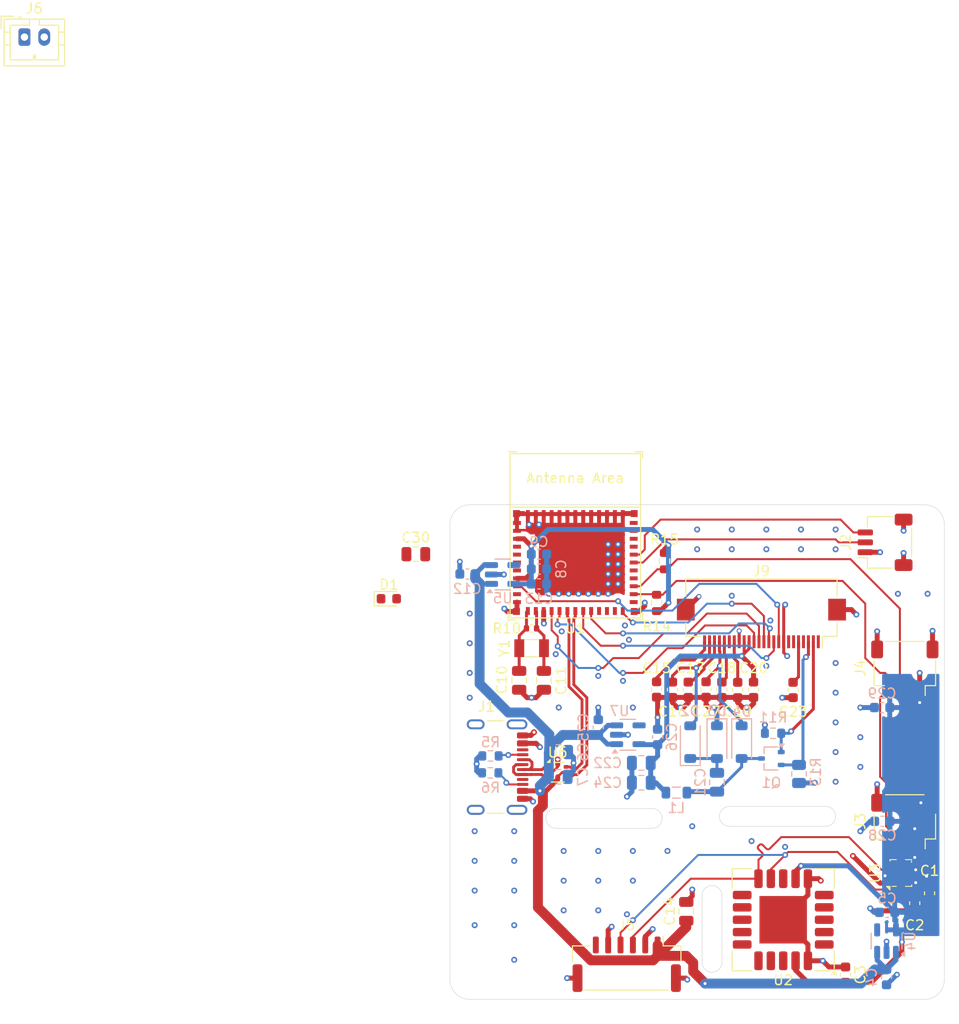
<source format=kicad_pcb>
(kicad_pcb (version 20240108) (generator "pcbnew") (generator_version "8.0")
  (layers (0 "F.Cu" signal) (1 "In1.Cu" power) (2 "In2.Cu" power) (31 "B.Cu" signal) (34 "B.Paste" user) (35 "F.Paste" user) (36 "B.SilkS" user "B.Silkscreen") (37 "F.SilkS" user "F.Silkscreen") (38 "B.Mask" user) (39 "F.Mask" user) (44 "Edge.Cuts" user))
  (net 0 "")
  (net 1 "GND")
  (net 2 "+3V3_SEN")
  (net 3 "+5V")
  (net 4 "+3V3_MCU")
  (net 5 "Net-(U1-GPIO0{slash}ADC1_CH0{slash}XTAL_32K_P)")
  (net 6 "Net-(U1-GPIO1{slash}ADC1_CH1{slash}XTAL_32K_N)")
  (net 7 "VCOM")
  (net 8 "PREVGL")
  (net 9 "Net-(J9-Pin_22)")
  (net 10 "Net-(J9-Pin_20)")
  (net 11 "Net-(J9-Pin_18)")
  (net 12 "+3V3_DISP")
  (net 13 "Net-(D2-K)")
  (net 14 "Net-(D4-A)")
  (net 15 "Net-(J9-Pin_5)")
  (net 16 "PREVGH")
  (net 17 "D+")
  (net 18 "Net-(J1-CC2)")
  (net 19 "D-")
  (net 21 "Net-(J1-CC1)")
  (net 23 "UART_RX")
  (net 24 "UART_TX")
  (net 25 "SDA")
  (net 27 "SCL")
  (net 28 "IO15_DC")
  (net 30 "IO7_SDI")
  (net 31 "RESE")
  (net 35 "IO4_BUSY")
  (net 37 "GDR")
  (net 38 "IO14_RES")
  (net 39 "IO18_CS")
  (net 40 "IO6_SCLK")
  (footprint "PCM_Espressif:ESP32-C6-MINI-1" (layer "F.Cu") (at 58.18 52.64)
    (property "Reference" "U1")
    (property "Value" "ESP32-C6-MINI-1/U" (hide yes))
  )
  (footprint "Capacitor_SMD:C_0603_1608Metric" (layer "F.Cu") (at 76.2 68.2 -90)
    (property "Reference" "C20")
    (property "Value" "1uF" (hide yes))
  )
  (footprint "Connector_JST:JST_PH_B2B-PH-K_1x02_P2.00mm_Vertical" (layer "F.Cu") (at 2.475 2.225)
    (property "Reference" "J6")
    (property "Value" "FAN")
  )
  (footprint "Package_TO_SOT_SMD:SOT-666" (layer "F.Cu") (at 56.4 76.5375)
    (property "Reference" "U6")
    (property "Value" "USBLC6-2P6" (hide yes))
  )
  (footprint "Connector_USB:USB_C_Receptacle_GCT_USB4105-xx-A_16P_TopMnt_Horizontal" (layer "F.Cu") (at 49.175 76.02 -90)
    (property "Reference" "J1")
    (property "Value" "USB_C_Receptacle_USB2.0_16P" (hide yes))
  )
  (footprint "Capacitor_SMD:C_0603_1608Metric" (layer "F.Cu") (at 94 88.775 -90)
    (property "Reference" "C1")
    (property "Value" "100nF" (hide yes))
  )
  (footprint "Capacitor_SMD:C_0603_1608Metric" (layer "F.Cu") (at 71.4 68.175 -90)
    (property "Reference" "C27")
    (property "Value" "1uF" (hide yes))
  )
  (footprint "Capacitor_SMD:C_0805_2012Metric" (layer "F.Cu") (at 55 67.25 -90)
    (property "Reference" "C11")
    (property "Value" "12pF" (hide yes))
  )
  (footprint "Diode_SMD:D_0603_1608Metric" (layer "F.Cu") (at 39.32 59)
    (property "Reference" "D1")
    (property "Value" "D" (hide yes))
  )
  (footprint "MountingHole:MountingHole_2.2mm_M2_ISO7380" (layer "F.Cu") (at 93 97)
    (property "Reference" "H2" (hide yes))
    (property "Value" "MountingHole" (hide yes))
  )
  (footprint "Capacitor_SMD:C_0603_1608Metric" (layer "F.Cu") (at 80.2 68.225 -90)
    (property "Reference" "C23")
    (property "Value" "1uF" (hide yes))
  )
  (footprint "Connector_JST:JST_SH_SM04B-SRSS-TB_1x04-1MP_P1.00mm_Horizontal" (layer "F.Cu") (at 91.5 81.5 180)
    (property "Reference" "J3")
    (property "Value" "I2C_1" (hide yes))
  )
  (footprint "Capacitor_SMD:C_0805_2012Metric" (layer "F.Cu") (at 52.5 67.25 -90)
    (property "Reference" "C10")
    (property "Value" "12pF" (hide yes))
  )
  (footprint "MountingHole:MountingHole_2.2mm_M2_ISO7380" (layer "F.Cu") (at 48 52)
    (property "Reference" "H1" (hide yes))
    (property "Value" "MountingHole" (hide yes))
  )
  (footprint "Resistor_SMD:R_0603_1608Metric" (layer "F.Cu") (at 66.4 59.425 -90)
    (property "Reference" "R14")
    (property "Value" "2.2K" (hide yes))
  )
  (footprint "MountingHole:MountingHole_2.2mm_M2_ISO7380" (layer "F.Cu") (at 48 97)
    (property "Reference" "H3" (hide yes))
    (property "Value" "MountingHole" (hide yes))
  )
  (footprint "Connector_JST:JST_SH_SM04B-SRSS-TB_1x04-1MP_P1.00mm_Horizontal" (layer "F.Cu") (at 91.5 66 180)
    (property "Reference" "J4")
    (property "Value" "I2C_1" (hide yes))
  )
  (footprint "Capacitor_SMD:C_0805_2012Metric" (layer "F.Cu") (at 69.4 90.6 90)
    (property "Reference" "C14")
    (property "Value" "4.7uF" (hide yes))
  )
  (footprint "Connector_JST:JST_SH_SM03B-SRSS-TB_1x03-1MP_P1.00mm_Horizontal" (layer "F.Cu") (at 89.5 53.3 90)
    (property "Reference" "J2")
    (property "Value" "UART" (hide yes))
  )
  (footprint "Capacitor_SMD:C_0603_1608Metric" (layer "F.Cu") (at 68 68.2 -90)
    (property "Reference" "C16")
    (property "Value" "1uF" (hide yes))
  )
  (footprint "Sensor:Sensirion_SCD4x-1EP_10.1x10.1mm_P1.25mm_EP4.8x4.8mm" (layer "F.Cu") (at 79.2 91.45 180)
    (property "Reference" "U2")
    (property "Value" "SCD41-D-R2" (hide yes))
  )
  (footprint "Resistor_SMD:R_0402_1005Metric" (layer "F.Cu") (at 53.75 62)
    (property "Reference" "R10")
    (property "Value" "10M" (hide yes))
  )
  (footprint "Resistor_SMD:R_0603_1608Metric" (layer "F.Cu") (at 67.2 55.2 90)
    (property "Reference" "R15")
    (property "Value" "2.2K" (hide yes))
  )
  (footprint "Capacitor_SMD:C_0603_1608Metric" (layer "F.Cu") (at 66.4 68.175 -90)
    (property "Reference" "C15")
    (property "Value" "1uF" (hide yes))
  )
  (footprint "Connector_FFC-FPC:Hirose_FH12-24S-0.5SH_1x24-1MP_P0.50mm_Horizontal" (layer "F.Cu") (at 77 61.5 180)
    (property "Reference" "J9")
    (property "Value" "E-Paper" (hide yes))
  )
  (footprint "Capacitor_SMD:C_0603_1608Metric" (layer "F.Cu") (at 73 68.2 -90)
    (property "Reference" "C18")
    (property "Value" "1uF" (hide yes))
  )
  (footprint "Connector_JST:JST_GH_BM06B-GHS-TBT_1x06-1MP_P1.25mm_Vertical" (layer "F.Cu") (at 63.375 95.95 180)
    (property "Reference" "J5")
    (property "Value" "SEN55")
  )
  (footprint "Capacitor_SMD:C_0805_2012Metric" (layer "F.Cu") (at 42.05 54.5)
    (property "Reference" "C30")
    (property "Value" "4.7uF" (hide yes))
  )
  (footprint "Capacitor_SMD:C_0603_1608Metric" (layer "F.Cu") (at 92.5 89.775 -90)
    (property "Reference" "C2")
    (property "Value" "100nF" (hide yes))
  )
  (footprint "Crystal:Crystal_SMD_3215-2Pin_3.2x1.5mm" (layer "F.Cu") (at 53.76 64)
    (property "Reference" "Y1")
    (property "Value" "32.768kHz" (hide yes))
  )
  (footprint "Capacitor_SMD:C_0603_1608Metric" (layer "F.Cu") (at 74.6 68.225 -90)
    (property "Reference" "C19")
    (property "Value" "1uF" (hide yes))
  )
  (footprint "Capacitor_SMD:C_0603_1608Metric" (layer "F.Cu") (at 69.6 68.2 -90)
    (property "Reference" "C17")
    (property "Value" "1uF" (hide yes))
  )
  (footprint "Capacitor_SMD:C_0603_1608Metric" (layer "F.Cu") (at 85.5 97 90)
    (property "Reference" "C3")
    (property "Value" "100nF" (hide yes))
  )
  (footprint "Package_LGA:Bosch_LGA-8_2x2.5mm_P0.65mm_ClockwisePinNumbering" (layer "F.Cu") (at 91.1 86.725 90)
    (property "Reference" "U3")
    (property "Value" "BMP280" (hide yes))
  )
  (footprint "Inductor_SMD:L_0805_2012Metric" (layer "B.Cu") (at 68.4 78.6)
    (property "Reference" "L1")
    (property "Value" "68uH" (hide yes))
  )
  (footprint "Capacitor_SMD:C_0805_2012Metric" (layer "B.Cu") (at 56.45 77 180)
    (property "Reference" "C7")
    (property "Value" "4.7uF" (hide yes))
  )
  (footprint "Capacitor_SMD:C_0805_2012Metric" (layer "B.Cu") (at 72.5 77.55 -90)
    (property "Reference" "C21")
    (property "Value" "4.7uF" (hide yes))
  )
  (footprint "Capacitor_SMD:C_0603_1608Metric" (layer "B.Cu") (at 89.65 97.25 -90)
    (property "Reference" "C4")
    (property "Value" "1uF" (hide yes))
  )
  (footprint "Diode_SMD:D_SOD-123" (layer "B.Cu") (at 72.5 73.5 -90)
    (property "Reference" "D3")
    (property "Value" "MBR0530" (hide yes))
  )
  (footprint "Capacitor_SMD:C_0603_1608Metric" (layer "B.Cu") (at 89.225 81.5)
    (property "Reference" "C28")
    (property "Value" "100nF" (hide yes))
  )
  (footprint "Resistor_SMD:R_0805_2012Metric" (layer "B.Cu") (at 80.8 76.7125 -90)
    (property "Reference" "R13")
    (property "Value" "0.47R" (hide yes))
  )
  (footprint "Capacitor_SMD:C_0603_1608Metric" (layer "B.Cu") (at 89.2 70 180)
    (property "Reference" "C29")
    (property "Value" "100nF" (hide yes))
  )
  (footprint "Package_TO_SOT_SMD:SOT-23-5" (layer "B.Cu") (at 89.65 93.6125 90)
    (property "Reference" "U4")
    (property "Value" "TLV75533PDBV" (hide yes))
  )
  (footprint "Capacitor_SMD:C_0805_2012Metric" (layer "B.Cu") (at 64.85 75.6 180)
    (property "Reference" "C22")
    (property "Value" "4.7uF" (hide yes))
  )
  (footprint "Diode_SMD:D_SOD-123" (layer "B.Cu") (at 69.8 73.5 90)
    (property "Reference" "D2")
    (property "Value" "MBR0530" (hide yes))
  )
  (footprint "Capacitor_SMD:C_0805_2012Metric" (layer "B.Cu") (at 56.5 74.5)
    (property "Reference" "C6")
    (property "Value" "4.7uF" (hide yes))
  )
  (footprint "Capacitor_SMD:C_0603_1608Metric" (layer "B.Cu") (at 54.5 57.5)
    (property "Reference" "C13")
    (property "Value" "100nF" (hide yes))
  )
  (footprint "Capacitor_SMD:C_0603_1608Metric" (layer "B.Cu") (at 89.7 90.7 180)
    (property "Reference" "C5")
    (property "Value" "1uF" (hide yes))
  )
  (footprint "Resistor_SMD:R_0603_1608Metric" (layer "B.Cu") (at 78.175 72.6 180)
    (property "Reference" "R11")
    (property "Value" "10K" (hide yes))
  )
  (footprint "Capacitor_SMD:C_0603_1608Metric" (layer "B.Cu") (at 54.5 54.5)
    (property "Reference" "C9")
    (property "Value" "1uF" (hide yes))
  )
  (footprint "Diode_SMD:D_SOD-123" (layer "B.Cu") (at 75 73.5 -90)
    (property "Reference" "D4")
    (property "Value" "MBR0530" (hide yes))
  )
  (footprint "Capacitor_SMD:C_0603_1608Metric" (layer "B.Cu") (at 47.275 56.5 180)
    (property "Reference" "C12")
    (property "Value" "100nF" (hide yes))
  )
  (footprint "Package_TO_SOT_SMD:SOT-23-5" (layer "B.Cu") (at 63.4875 72.75)
    (property "Reference" "U7")
    (property "Value" "TLV75533PDBV" (hide yes))
  )
  (footprint "Capacitor_SMD:C_0603_1608Metric" (layer "B.Cu") (at 60.5 72 90)
    (property "Reference" "C25")
    (property "Value" "100nF" (hide yes))
  )
  (footprint "Capacitor_SMD:C_0603_1608Metric" (layer "B.Cu") (at 66.5 72.975 90)
    (property "Reference" "C26")
    (property "Value" "100nF" (hide yes))
  )
  (footprint "Resistor_SMD:R_0603_1608Metric" (layer "B.Cu") (at 49.575 76.6 180)
    (property "Reference" "R6")
    (property "Value" "5.1K" (hide yes))
  )
  (footprint "Capacitor_SMD:C_0805_2012Metric" (layer "B.Cu") (at 64.85 77.6 180)
    (property "Reference" "C24")
    (property "Value" "4.7uF" (hide yes))
  )
  (footprint "Package_TO_SOT_SMD:SOT-323_SC-70" (layer "B.Cu") (at 78 75.15 180)
    (property "Reference" "Q1")
    (property "Value" "Si1308EDL" (hide yes))
  )
  (footprint "Package_TO_SOT_SMD:SOT-23-5" (layer "B.Cu") (at 50.8375 56.55)
    (property "Reference" "U5")
    (property "Value" "TLV75533PDBV" (hide yes))
  )
  (footprint "Capacitor_SMD:C_0603_1608Metric" (layer "B.Cu") (at 54.5 56)
    (property "Reference" "C8")
    (property "Value" "100nF" (hide yes))
  )
  (footprint "Resistor_SMD:R_0603_1608Metric" (layer "B.Cu") (at 49.6 74.89 180)
    (property "Reference" "R5")
    (property "Value" "5.1K" (hide yes))
  )
  (gr_line (start 56.207107 80.207107) (end 65.957107 80.207107) (stroke (width 0.05)) (layer "Edge.Cuts"))
  (gr_arc (start 56.207107 82.207107) (mid 55.5 81.914214) (end 55.207107 81.207107) (stroke (width 0.05)) (layer "Edge.Cuts"))
  (gr_arc (start 72.75 81) (mid 73.042893 80.292893) (end 73.75 80) (stroke (width 0.05)) (layer "Edge.Cuts"))
  (gr_line (start 83.5 82) (end 73.75 82) (stroke (width 0.05)) (layer "Edge.Cuts"))
  (gr_arc (start 72 96.75) (mid 71.292893 96.457107) (end 71 95.75) (stroke (width 0.05)) (layer "Edge.Cuts"))
  (gr_line (start 71 95.75) (end 71 89) (stroke (width 0.05)) (layer "Edge.Cuts"))
  (gr_line (start 45.5 51.5) (end 45.5 97.5) (stroke (width 0.05)) (layer "Edge.Cuts"))
  (gr_arc (start 73 95.75) (mid 72.707107 96.457107) (end 72 96.75) (stroke (width 0.05)) (layer "Edge.Cuts"))
  (gr_line (start 95.5 97.5) (end 95.5 51.5) (stroke (width 0.05)) (layer "Edge.Cuts"))
  (gr_line (start 83.5 80) (end 73.75 80) (stroke (width 0.05)) (layer "Edge.Cuts"))
  (gr_arc (start 73.75 82) (mid 73.042893 81.707107) (end 72.75 81) (stroke (width 0.05)) (layer "Edge.Cuts"))
  (gr_line (start 93.5 49.5) (end 47.5 49.5) (stroke (width 0.05)) (layer "Edge.Cuts"))
  (gr_arc (start 47.500001 99.49044) (mid 46.085835 98.904884) (end 45.49956 97.491016) (stroke (width 0.05)) (layer "Edge.Cuts"))
  (gr_arc (start 55.207107 81.207107) (mid 55.5 80.5) (end 56.207107 80.207107) (stroke (width 0.05)) (layer "Edge.Cuts"))
  (gr_line (start 56.207107 82.207107) (end 65.957107 82.207107) (stroke (width 0.05)) (layer "Edge.Cuts"))
  (gr_arc (start 71 89) (mid 71.292893 88.292893) (end 72 88) (stroke (width 0.05)) (layer "Edge.Cuts"))
  (gr_line (start 47.5 99.5) (end 93.5 99.5) (stroke (width 0.05)) (layer "Edge.Cuts"))
  (gr_arc (start 93.495786 49.500248) (mid 94.914205 50.088598) (end 95.499748 51.508177) (stroke (width 0.05)) (layer "Edge.Cuts"))
  (gr_arc (start 45.5 51.5) (mid 46.085786 50.085786) (end 47.5 49.5) (stroke (width 0.05)) (layer "Edge.Cuts"))
  (gr_arc (start 84.5 81) (mid 84.207107 81.707107) (end 83.5 82) (stroke (width 0.05)) (layer "Edge.Cuts"))
  (gr_arc (start 66.957107 81.207107) (mid 66.664214 81.914214) (end 65.957107 82.207107) (stroke (width 0.05)) (layer "Edge.Cuts"))
  (gr_arc (start 95.5 97.5) (mid 94.911228 98.917799) (end 93.491311 99.501445) (stroke (width 0.05)) (layer "Edge.Cuts"))
  (gr_arc (start 83.5 80) (mid 84.207107 80.292893) (end 84.5 81) (stroke (width 0.05)) (layer "Edge.Cuts"))
  (gr_arc (start 72 88) (mid 72.707107 88.292893) (end 73 89) (stroke (width 0.05)) (layer "Edge.Cuts"))
  (gr_line (start 73 95.75) (end 73 89) (stroke (width 0.05)) (layer "Edge.Cuts"))
  (gr_arc (start 65.957107 80.207107) (mid 66.664214 80.5) (end 66.957107 81.207107) (stroke (width 0.05)) (layer "Edge.Cuts"))
  (segment (start 69.1 70) (end 69.6 69.5) (width 0.5) (layer "F.Cu") (net 1))
  (segment (start 82.8 87.3) (end 83 87.5) (width 0.5) (layer "F.Cu") (net 1))
  (segment (start 56.4 75.25) (end 56.4 75.2) (width 0.5) (layer "F.Cu") (net 1))
  (segment (start 89 87.75) (end 86.25 85) (width 0.5) (layer "F.Cu") (net 1))
  (segment (start 68 69.5) (end 68 68.975) (width 0.5) (layer "F.Cu") (net 1))
  (segment (start 94 87.35) (end 93.7 87.05) (width 0.5) (layer "F.Cu") (net 1))
  (segment (start 66.5 69.05) (end 66.4 68.95) (width 0.5) (layer "F.Cu") (net 1))
  (segment (start 90.25 87.75) (end 89 87.75) (width 0.5) (layer "F.Cu") (net 1))
  (segment (start 54.98 61.48) (end 55 61.5) (width 0.5) (layer "F.Cu") (net 1))
  (segment (start 65.2 59.72) (end 65.2 59.4) (width 0.5) (layer "F.Cu") (net 1))
  (segment (start 69.35 97.35) (end 69.5 97.5) (width 0.5) (layer "F.Cu") (net 1))
  (segment (start 53.62 79.22) (end 53.9 79.5) (width 0.5) (layer "F.Cu") (net 1))
  (segment (start 75.8 70) (end 76.2 69.6) (width 0.5) (layer "F.Cu") (net 1))
  (segment (start 68.5 70) (end 68 69.5) (width 0.5) (layer "F.Cu") (net 1))
  (segment (start 68.8 70) (end 69.1 70) (width 0.5) (layer "F.Cu") (net 1))
  (segment (start 81.7 95.6) (end 83.2 95.6) (width 0.5) (layer "F.Cu") (net 1))
  (segment (start 72.2 70) (end 71.7 70) (width 0.5) (layer "F.Cu") (net 1))
  (segment (start 93 68) (end 93 66.5) (width 0.5) (layer "F.Cu") (net 1))
  (segment (start 79.4 59.6) (end 79.25 59.75) (width 0.3) (layer "F.Cu") (net 1))
  (segment (start 66.5 71) (end 66.5 69.05) (width 0.5) (layer "F.Cu") (net 1))
  (segment (start 64.13 60.29) (end 64.63 60.29) (width 0.5) (layer "F.Cu") (net 1))
  (segment (start 53.68 72.82) (end 54 72.5) (width 0.5) (layer "F.Cu") (net 1))
  (segment (start 70 89.05) (end 70 88.4) (width 0.5) (layer "F.Cu") (net 1))
  (segment (start 71.7 70) (end 71.4 69.7) (width 0.5) (layer "F.Cu") (net 1))
  (segment (start 64.13 50.39) (end 63.03 50.39) (width 0.5) (layer "F.Cu") (net 1))
  (segment (start 52.855 79.22) (end 53.62 79.22) (width 0.5) (layer "F.Cu") (net 1))
  (segment (start 66.000001 92.4) (end 65.25 93.150001) (width 0.5) (layer "F.Cu") (net 1))
  (segment (start 52.28 60.24) (end 52.23 60.29) (width 0.5) (layer "F.Cu") (net 1))
  (segment (start 56.4 75.999326) (end 56.4 75.8) (width 0.25) (layer "F.Cu") (net 1))
  (segment (start 91.375 52.125) (end 91.375 51) (width 0.5) (layer "F.Cu") (net 1))
  (segment (start 64.63 60.29) (end 65.2 59.72) (width 0.5) (layer "F.Cu") (net 1))
  (segment (start 56.4 75.8) (end 56.4 75.25) (width 0.5) (layer "F.Cu") (net 1))
  (segment (start 54.98 60.24) (end 54.98 61.48) (width 0.5) (layer "F.Cu") (net 1))
  (segment (start 61.5 92.5) (end 61.5 94) (width 0.5) (layer "F.Cu") (net 1))
  (segment (start 80.2 69) (end 79.1 69) (width 0.5) (layer "F.Cu") (net 1))
  (segment (start 65.25 93.150001) (end 65.25 94) (width 0.5) (layer "F.Cu") (net 1))
  (segment (start 76.2 68.975) (end 66.425 68.975) (width 0.5) (layer "F.Cu") (net 1))
  (segment (start 94 88) (end 94 87.35) (width 0.5) (layer "F.Cu") (net 1))
  (segment (start 63.03 50.39) (end 62.98 50.44) (width 0.5) (layer "F.Cu") (net 1))
  (segment (start 92.5 85.15) (end 91.9 85.75) (width 0.5) (layer "F.Cu") (net 1))
  (segment (start 52.28 59.34) (end 52.28 60.24) (width 0.5) (layer "F.Cu") (net 1))
  (segment (start 72.7 70) (end 72.2 70) (width 0.5) (layer "F.Cu") (net 1))
  (segment (start 79.25 59.75) (end 79.25 63.35) (width 0.3) (layer "F.Cu") (net 1))
  (segment (start 81.7 88.95) (end 79.2 91.45) (width 0.5) (layer "F.Cu") (net 1))
  (segment (start 88.7 62.3) (end 88.7 64.125) (width 0.5) (layer "F.Cu") (net 1))
  (segment (start 51.29 60.29) (end 51 60) (width 0.5) (layer "F.Cu") (net 1))
  (segment (start 75.5 70) (end 75.1 70) (width 0.5) (layer "F.Cu") (net 1))
  (segment (start 55.475 76.5375) (end 55.861826 76.5375) (width 0.25) (layer "F.Cu") (net 1))
  (segment (start 69.4 89.65) (end 70 89.05) (width 0.5) (layer "F.Cu") (net 1))
  (segment (start 71.4 69.7) (end 71.4 68.95) (width 0.5) (layer "F.Cu") (net 1))
  (segment (start 58.4 97.35) (end 57.35 97.35) (width 0.5) (layer "F.Cu") (net 1))
  (segment (start 76.2 69.6) (end 76.2 68.975) (width 0.5) (layer "F.Cu") (net 1))
  (segment (start 93.125 79.625) (end 94.3 79.625) (width 0.5) (layer "F.Cu") (net 1))
  (segment (start 93 84.65) (end 93 83.5) (width 0.5) (layer "F.Cu") (net 1))
  (segment (start 81.7 87.3) (end 82.8 87.3) (width 0.5) (layer "F.Cu") (net 1))
  (segment (start 70.675 58.775) (end 69.35 60.1) (width 0.5) (layer "F.Cu") (net 1))
  (segment (start 81.7 95.6) (end 81.7 93.95) (width 0.5) (layer "F.Cu") (net 1))
  (segment (start 51.29 60.29) (end 52.23 60.29) (width 0.5) (layer "F.Cu") (net 1))
  (segment (start 68.35 97.35) (end 69.35 97.35) (width 0.5) (layer "F.Cu") (net 1))
  (segment (start 88.7 77.75) (end 88.7 79.625) (width 0.5) (layer "F.Cu") (net 1))
  (segment (start 92.5 85.15) (end 93 84.65) (width 0.5) (layer "F.Cu") (net 1))
  (segment (start 91.375 54.375) (end 91.375 55.6) (width 0.5) (layer "F.Cu") (net 1))
  (segment (start 92.5 90.55) (end 88.25 90.55) (width 0.5) (layer "F.Cu") (net 1))
  (segment (start 76.225 69) (end 76.2 68.975) (width 0.5) (layer "F.Cu") (net 1))
  (segment (start 61.85 92.15) (end 61.5 92.5) (width 0.5) (layer "F.Cu") (net 1))
  (segment (start 84.65 60.1) (end 86.1 60.1) (width 0.5) (layer "F.Cu") (net 1))
  (segment (start 73 68.975) (end 73 69.7) (width 0.5) (layer "F.Cu") (net 1))
  (segment (start 90.3 87.7) (end 90.25 87.75) (width 0.5) (layer "F.Cu") (net 1))
  (segment (start 74.6 69.5) (end 74.6 69) (width 0.5) (layer "F.Cu") (net 1))
  (segment (start 55.861826 76.5375) (end 56.4 75.999326) (width 0.25) (layer "F.Cu") (net 1))
  (segment (start 86.1 60.1) (end 86.6 60.6) (width 0.5) (layer "F.Cu") (net 1))
  (segment (start 85.5 96.225) (end 83.825 96.225) (width 0.5) (layer "F.Cu") (net 1))
  (segment (start 52.855 72.82) (end 53.68 72.82) (width 0.5) (layer "F.Cu") (net 1))
  (segment (start 53.75 69) (end 54.2 69) (width 0.5) (layer "F.Cu") (net 1))
  (segment (start 79.25 64.45) (end 79.25 63.35) (width 0.3) (layer "F.Cu") (net 1))
  (segment (start 53.3 69) (end 53.75 69) (width 0.5) (layer "F.Cu") (net 1))
  (segment (start 81.7 87.3) (end 81.7 88.95) (width 0.5) (layer "F.Cu") (net 1))
  (segment (start 68.5 70) (end 68.8 70) (width 0.5) (layer "F.Cu") (net 1))
  (segment (start 83.825 96.225) (end 83.2 95.6) (width 0.5) (layer "F.Cu") (net 1))
  (segment (start 94.3 62.25) (end 94.3 64.125) (width 0.5) (layer "F.Cu") (net 1))
  (segment (start 75.5 70) (end 75.8 70) (width 0.5) (layer "F.Cu") (net 1))
  (segment (start 89 54.3) (end 87.5 54.3) (width 0.5) (layer "F.Cu") (net 1))
  (segment (start 54.2 69) (end 55 68.2) (width 0.5) (layer "F.Cu") (net 1))
  (segment (start 79.6 64.8) (end 79.25 64.45) (width 0.3) (layer "F.Cu") (net 1))
  (segment (start 69.6 69.5) (end 69.6 68.975) (width 0.5) (layer "F.Cu") (net 1))
  (segment (start 73 69.7) (end 72.7 70) (width 0.5) (layer "F.Cu") (net 1))
  (segment (start 91.9 87.05) (end 93.7 87.05) (width 0.3) (layer "F.Cu") (net 1))
  (segment (start 52.5 68.2) (end 53.3 69) (width 0.5) (layer "F.Cu") (net 1))
  (segment (start 74.75 63.35) (end 74.75 62.25) (width 0.3) (layer "F.Cu") (net 1))
  (segment (start 75.1 70) (end 74.6 69.5) (width 0.5) (layer "F.Cu") (net 1))
  (segment (start 66.425 68.975) (end 66.4 68.95) (width 0.5) (layer "F.Cu") (net 1))
  (segment (start 81.7 93.95) (end 79.2 91.45) (width 0.5) (layer "F.Cu") (net 1))
  (segment (start 88.25 90.55) (end 88 90.3) (width 0.5) (layer "F.Cu") (net 1))
  (via (at 91.375 52.125) (size 0.6) (drill 0.3) (layers "F.Cu" "B.Cu") (net 1))
  (via blind (at 56.4 75.25) (size 0.6) (drill 0.3) (layers "F.Cu" "In1.Cu") (net 1))
  (via (at 69.5 97.5) (size 0.6) (drill 0.3) (layers "F.Cu" "B.Cu") (net 1))
  (via (at 87 76) (size 0.6) (drill 0.3) (layers "F.Cu" "B.Cu") (net 1))
  (via (at 61.5 56.5) (size 0.6) (drill 0.3) (layers "F.Cu" "B.Cu") (net 1))
  (via (at 53.5 51.5) (size 0.6) (drill 0.3) (layers "F.Cu" "B.Cu") (net 1))
  (via (at 63.4 79) (size 0.6) (drill 0.3) (layers "F.Cu" "B.Cu") (net 1))
  (via (at 87 73) (size 0.6) (drill 0.3) (layers "F.Cu" "B.Cu") (net 1))
  (via (at 60.5 58.5) (size 0.6) (drill 0.3) (layers "F.Cu" "B.Cu") (net 1))
  (via (at 62.5 56.5) (size 0.6) (drill 0.3) (layers "F.Cu" "B.Cu") (net 1))
  (via (at 94.3 62.25) (size 0.6) (drill 0.3) (layers "F.Cu" "B.Cu") (net 1))
  (via (at 70.675 58.775) (size 0.5) (drill 0.3) (layers "F.Cu" "B.Cu") (net 1))
  (via (at 67.5 84.5) (size 0.6) (drill 0.3) (layers "F.Cu" "B.Cu") (net 1))
  (via (at 53.75 69) (size 0.6) (drill 0.3) (layers "F.Cu" "B.Cu") (net 1))
  (via (at 74 58.7) (size 0.6) (drill 0.3) (layers "F.Cu" "B.Cu") (net 1))
  (via (at 93.8 58.5) (size 0.6) (drill 0.3) (layers "F.Cu" "B.Cu") (net 1))
  (via (at 57 84.5) (size 0.6) (drill 0.3) (layers "F.Cu" "B.Cu") (net 1))
  (via (at 60.5 87.5) (size 0.6) (drill 0.3) (layers "F.Cu" "B.Cu") (net 1))
  (via (at 74 54) (size 0.6) (drill 0.3) (layers "F.Cu" "B.Cu") (net 1))
  (via (at 89 54.3) (size 0.6) (drill 0.3) (layers "F.Cu" "B.Cu") (net 1))
  (via (at 52 82.5) (size 0.6) (drill 0.3) (layers "F.Cu" "B.Cu") (net 1))
  (via (at 81 52) (size 0.6) (drill 0.3) (layers "F.Cu" "B.Cu") (net 1))
  (via (at 57.5 58.5) (size 0.6) (drill 0.3) (layers "F.Cu" "B.Cu") (net 1))
  (via (at 61.5 55.5) (size 0.6) (drill 0.3) (layers "F.Cu" "B.Cu") (net 1))
  (via (at 63 67.3) (size 0.6) (drill 0.3) (layers "F.Cu" "B.Cu") (net 1))
  (via (at 56.8 62.3) (size 0.6) (drill 0.3) (layers "F.Cu" "B.Cu") (net 1))
  (via (at 88.7 77.75) (size 0.6) (drill 0.3) (layers "F.Cu" "B.Cu") (net 1))
  (via (at 66.5 71) (size 0.6) (drill 0.3) (layers "F.Cu" "B.Cu") (net 1))
  (via (at 56.5 70) (size 0.6) (drill 0.3) (layers "F.Cu" "B.Cu") (net 1))
  (via (at 77.5 52) (size 0.6) (drill 0.3) (layers "F.Cu" "B.Cu") (net 1))
  (via (at 77.35 71.75) (size 0.6) (drill 0.3) (layers "F.Cu" "B.Cu") (net 1))
  (via (at 83.2 95.6) (size 0.6) (drill 0.3) (layers "F.Cu" "B.Cu") (net 1))
  (via (at 54.5 51.5) (size 0.6) (drill 0.3) (layers "F.Cu" "B.Cu") (net 1))
  (via (at 65.2 59.4) (size 0.6) (drill 0.3) (layers "F.Cu" "B.Cu") (net 1))
  (via (at 56.5 58.5) (size 0.6) (drill 0.3) (layers "F.Cu" "B.Cu") (net 1))
  (via (at 61.5 58.5) (size 0.6) (drill 0.3) (layers "F.Cu" "B.Cu") (net 1))
  (via (at 70 88.4) (size 0.6) (drill 0.3) (layers "F.Cu" "B.Cu") (net 1))
  (via (at 88.7 62.3) (size 0.6) (drill 0.3) (layers "F.Cu" "B.Cu") (net 1))
  (via (at 84.5 65.5) (size 0.6) (drill 0.3) (layers "F.Cu" "B.Cu") (net 1))
  (via (at 90.8 58.5) (size 0.6) (drill 0.3) (layers "F.Cu" "B.Cu") (net 1))
  (via (at 53.9 79.5) (size 0.6) (drill 0.3) (layers "F.Cu" "B.Cu") (net 1))
  (via (at 72.2 70) (size 0.6) (drill 0.3) (layers "F.Cu" "B.Cu") (net 1))
  (via (at 52 88.5) (size 0.6) (drill 0.3) (layers "F.Cu" "B.Cu") (net 1))
  (via (at 82.4 77.6) (size 0.6) (drill 0.3) (layers "F.Cu" "B.Cu") (net 1))
  (via (at 79.6 64.8) (size 0.6) (drill 0.3) (layers "F.Cu" "B.Cu") (net 1))
  (via (at 57.35 97.35) (size 0.6) (drill 0.3) (layers "F.Cu" "B.Cu") (net 1))
  (via (at 62.5 54.5) (size 0.6) (drill 0.3) (layers "F.Cu" "B.Cu") (net 1))
  (via (at 62.5 53.5) (size 0.6) (drill 0.3) (layers "F.Cu" "B.Cu") (net 1))
  (via blind (at 92.5 85.15) (size 0.6) (drill 0.3) (layers "F.Cu" "In1.Cu") (net 1))
  (via (at 84.5 71.5) (size 0.6) (drill 0.3) (layers "F.Cu" "B.Cu") (net 1))
  (via (at 57 90.5) (size 0.6) (drill 0.3) (layers "F.Cu" "B.Cu") (net 1))
  (via (at 62.5 55.5) (size 0.6) (drill 0.3) (layers "F.Cu" "B.Cu") (net 1))
  (via (at 74 52) (size 0.6) (drill 0.3) (layers "F.Cu" "B.Cu") (net 1))
  (via (at 63.2 61.7) (size 0.6) (drill 0.3) (layers "F.Cu" "B.Cu") (net 1))
  (via (at 88 90.3) (size 0.6) (drill 0.3) (layers "F.Cu" "B.Cu") (net 1))
  (via blind (at 93.7 87.05) (size 0.6) (drill 0.3) (layers "F.Cu" "In1.Cu") (net 1))
  (via (at 56.2 64.6) (size 0.6) (drill 0.3) (layers "F.Cu" "B.Cu") (net 1))
  (via (at 64 84.5) (size 0.6) (drill 0.3) (layers "F.Cu" "B.Cu") (net 1))
  (via (at 52 95.5) (size 0.6) (drill 0.3) (layers "F.Cu" "B.Cu") (net 1))
  (via (at 93 66.5) (size 0.6) (drill 0.3) (layers "F.Cu" "B.Cu") (net 1))
  (via (at 91.375 54.375) (size 0.6) (drill 0.3) (layers "F.Cu" "B.Cu") (net 1))
  (via (at 48 88.5) (size 0.6) (drill 0.3) (layers "F.Cu" "B.Cu") (net 1))
  (via (at 48 82.5) (size 0.6) (drill 0.3) (layers "F.Cu" "B.Cu") (net 1))
  (via (at 70 82) (size 0.6) (drill 0.3) (layers "F.Cu" "B.Cu") (net 1))
  (via (at 70.5 52) (size 0.6) (drill 0.3) (layers "F.Cu" "B.Cu") (net 1))
  (via (at 84.5 77.5) (size 0.6) (drill 0.3) (layers "F.Cu" "B.Cu") (net 1))
  (via (at 77.5 65.8) (size 0.6) (drill 0.3) (layers "F.Cu" "B.Cu") (net 1))
  (via (at 84.5 74.5) (size 0.6) (drill 0.3) (layers "F.Cu" "B.Cu") (net 1))
  (via (at 77.5 54) (size 0.6) (drill 0.3) (layers "F.Cu" "B.Cu") (net 1))
  (via (at 61.5 54.5) (size 0.6) (drill 0.3) (layers "F.Cu" "B.Cu") (net 1))
  (via (at 68.8 70) (size 0.6) (drill 0.3) (layers "F.Cu" "B.Cu") (net 1))
  (via (at 86.6 60.6) (size 0.6) (drill 0.3) (layers "F.Cu" "B.Cu") (net 1))
  (via (at 47.5 63.5) (size 0.6) (drill 0.3) (layers "F.Cu" "B.Cu") (net 1))
  (via (at 87 82.5) (size 0.6) (drill 0.3) (layers "F.Cu" "B.Cu") (net 1))
  (via (at 52 85.5) (size 0.6) (drill 0.3) (layers "F.Cu" "B.Cu") (net 1))
  (via (at 64 70) (size 0.6) (drill 0.3) (layers "F.Cu" "B.Cu") (net 1))
  (via (at 70.5 54) (size 0.6) (drill 0.3) (layers "F.Cu" "B.Cu") (net 1))
  (via (at 48 92) (size 0.6) (drill 0.3) (layers "F.Cu" "B.Cu") (net 1))
  (via (at 61.5 57.5) (size 0.6) (drill 0.3) (layers "F.Cu" "B.Cu") (net 1))
  (via blind (at 86.25 85) (size 0.6) (drill 0.3) (layers "F.Cu" "In1.Cu") (net 1))
  (via (at 60.5 84.5) (size 0.6) (drill 0.3) (layers "F.Cu" "B.Cu") (net 1))
  (via (at 75.5 70) (size 0.6) (drill 0.3) (layers "F.Cu" "B.Cu") (net 1))
  (via (at 52 92) (size 0.6) (drill 0.3) (layers "F.Cu" "B.Cu") (net 1))
  (via (at 84.5 54) (size 0.6) (drill 0.3) (layers "F.Cu" "B.Cu") (net 1))
  (via blind (at 54 72.5) (size 0.6) (drill 0.3) (layers "F.Cu" "In1.Cu") (net 1))
  (via (at 48 85.5) (size 0.6) (drill 0.3) (layers "F.Cu" "B.Cu") (net 1))
  (via (at 79.4 59.6) (size 0.6) (drill 0.3) (layers "F.Cu" "B.Cu") (net 1))
  (via blind (at 83 87.5) (size 0.6) (drill 0.3) (layers "F.Cu" "In1.Cu") (net 1))
  (via (at 60.5 70) (size 0.6) (drill 0.3) (layers "F.Cu" "B.Cu") (net 1))
  (via (at 76 83.5) (size 0.6) (drill 0.3) (layers "F.Cu" "B.Cu") (net 1))
  (via (at 57 87.5) (size 0.6) (drill 0.3) (layers "F.Cu" "B.Cu") (net 1))
  (via (at 62.5 57.5) (size 0.6) (drill 0.3) (layers "F.Cu" "B.Cu") (net 1))
  (via (at 47.5 69) (size 0.6) (drill 0.3) (layers "F.Cu" "B.Cu") (net 1))
  (via (at 60.5 66.8) (size 0.6) (drill 0.3) (layers "F.Cu" "B.Cu") (net 1))
  (via (at 61.5 53.5) (size 0.6) (drill 0.3) (layers "F.Cu" "B.Cu") (net 1))
  (via (at 47.5 60.5) (size 0.6) (drill 0.3) (layers "F.Cu" "B.Cu") (net 1))
  (via blind (at 93.125 79.625) (size 0.6) (drill 0.3) (layers "F.Cu" "In1.Cu") (net 1))
  (via (at 61.85 92.15) (size 0.6) (drill 0.3) (layers "F.Cu" "B.Cu") (net 1))
  (via (at 74.75 62.25) (size 0.5) (drill 0.3) (layers "F.Cu" "B.Cu") (net 1))
  (via (at 84.5 68.5) (size 0.6) (drill 0.3) (layers "F.Cu" "B.Cu") (net 1))
  (via (at 51 60) (size 0.6) (drill 0.3) (layers "F.Cu" "B.Cu") (net 1))
  (via (at 66.000001 92.4) (size 0.6) (drill 0.3) (layers "F.Cu" "B.Cu") (net 1))
  (via (at 64 87.5) (size 0.6) (drill 0.3) (layers "F.Cu" "B.Cu") (net 1))
  (via (at 58.5 58.5) (size 0.6) (drill 0.3) (layers "F.Cu" "B.Cu") (net 1))
  (via (at 87 70) (size 0.6) (drill 0.3) (layers "F.Cu" "B.Cu") (net 1))
  (via (at 81 54) (size 0.6) (drill 0.3) (layers "F.Cu" "B.Cu") (net 1))
  (via (at 59.5 58.5) (size 0.6) (drill 0.3) (layers "F.Cu" "B.Cu") (net 1))
  (via (at 55.5 58.5) (size 0.6) (drill 0.3) (layers "F.Cu" "B.Cu") (net 1))
  (via (at 55 61.5) (size 0.6) (drill 0.3) (layers "F.Cu" "B.Cu") (net 1))
  (via (at 60.5 90.5) (size 0.6) (drill 0.3) (layers "F.Cu" "B.Cu") (net 1))
  (via (at 63.6 63.15) (size 0.6) (drill 0.3) (layers "F.Cu" "B.Cu") (net 1))
  (via (at 84.5 52) (size 0.6) (drill 0.3) (layers "F.Cu" "B.Cu") (net 1))
  (via (at 47.5 66.5) (size 0.6) (drill 0.3) (layers "F.Cu" "B.Cu") (net 1))
  (via (at 79.391302 84.085504) (size 0.6) (drill 0.3) (layers "F.Cu" "B.Cu") (net 1))
  (via (at 77.9 61.2) (size 0.6) (drill 0.3) (layers "F.Cu" "B.Cu") (net 1))
  (via (at 63.4 90.9) (size 0.6) (drill 0.3) (layers "F.Cu" "B.Cu") (net 1))
  (via (at 63.5 72.75) (size 0.6) (drill 0.3) (layers "F.Cu" "B.Cu") (net 1))
  (via (at 48.2 75.7) (size 0.6) (drill 0.3) (layers "F.Cu" "B.Cu") (net 1))
  (via (at 50.95 56.55) (size 0.6) (drill 0.3) (layers "F.Cu" "B.Cu") (net 1))
  (via (at 79.1 69) (size 0.6) (drill 0.3) (layers "F.Cu" "B.Cu") (net 1))
  (via blind (at 58 75.6) (size 0.6) (drill 0.3) (layers "In2.Cu" "B.Cu") (net 1))
  (via blind (at 46.5 55.25) (size 0.6) (drill 0.3) (layers "In2.Cu" "B.Cu") (net 1))
  (via blind (at 90.7 97) (size 0.6) (drill 0.3) (layers "In2.Cu" "B.Cu") (net 1))
  (via blind (at 89.65 93.65) (size 0.6) (drill 0.3) (layers "In2.Cu" "B.Cu") (net 1))
  (segment (start 48.51 74.89) (end 48.775 74.89) (width 0.5) (layer "B.Cu") (net 1))
  (segment (start 90.675 97) (end 89.65 98.025) (width 0.5) (layer "B.Cu") (net 1))
  (segment (start 63.9 78.5) (end 63.4 79) (width 0.5) (layer "B.Cu") (net 1))
  (segment (start 88.45 81.5) (end 88 81.5) (width 0.5) (layer "B.Cu") (net 1))
  (segment (start 48.2 75.7) (end 48.2 76.4) (width 0.5) (layer "B.Cu") (net 1))
  (segment (start 88 81.5) (end 87 82.5) (width 0.5) (layer "B.Cu") (net 1))
  (segment (start 88.425 70) (end 87 70) (width 0.5) (layer "B.Cu") (net 1))
  (segment (start 55.275 54.5) (end 55.275 58.275) (width 0.5) (layer "B.Cu") (net 1))
  (segment (start 50.95 56.55) (end 49.7 56.55) (width 0.5) (layer "B.Cu") (net 1))
  (segment (start 48.2 76.4) (end 48.4 76.6) (width 0.5) (layer "B.Cu") (net 1))
  (segment (start 88.925 90.7) (end 88.4 90.7) (width 0.5) (layer "B.Cu") (net 1))
  (segment (start 58 75.05) (end 57.45 74.5) (width 0.5) (layer "B.Cu") (net 1))
  (segment (start 77.35 71.75) (end 77.35 72.6) (width 0.5) (layer "B.Cu") (net 1))
  (segment (start 46.5 55.25) (end 46.5 56.5) (width 0.5) (layer "B.Cu") (net 1))
  (segment (start 88.4 90.7) (end 88 90.3) (width 0.5) (layer "B.Cu") (net 1))
  (segment (start 80.8 77.625) (end 82.375 77.625) (width 0.5) (layer "B.Cu") (net 1))
  (segment (start 63.9 77.6) (end 63.9 78.5) (width 0.5) (layer "B.Cu") (net 1))
  (segment (start 72.5 70.3) (end 72.5 71.85) (width 0.5) (layer "B.Cu") (net 1))
  (segment (start 58 76.4) (end 58 75.05) (width 0.5) (layer "B.Cu") (net 1))
  (segment (start 48.2 75.2) (end 48.51 74.89) (width 0.5) (layer "B.Cu") (net 1))
  (segment (start 89.65 94.7) (end 89.65 93.65) (width 0.5) (layer "B.Cu") (net 1))
  (segment (start 62.3625 72.75) (end 63.5 72.75) (width 0.5) (layer "B.Cu") (net 1))
  (segment (start 57.4 77) (end 58 76.4) (width 0.5) (layer "B.Cu") (net 1))
  (segment (start 72.2 70) (end 72.5 70.3) (width 0.5) (layer "B.Cu") (net 1))
  (segment (start 60.5 71.225) (end 60.5 70) (width 0.5) (layer "B.Cu") (net 1))
  (segment (start 55.275 58.275) (end 55.5 58.5) (width 0.5) (layer "B.Cu") (net 1))
  (segment (start 90.7 97) (end 90.675 97) (width 0.5) (layer "B.Cu") (net 1))
  (segment (start 48.2 75.7) (end 48.2 75.2) (width 0.5) (layer "B.Cu") (net 1))
  (segment (start 66.5 72.2) (end 66.5 71) (width 0.5) (layer "B.Cu") (net 1))
  (segment (start 63.9 75.6) (end 63.9 77.6) (width 0.5) (layer "B.Cu") (net 1))
  (segment (start 48.4 76.6) (end 48.75 76.6) (width 0.5) (layer "B.Cu") (net 1))
  (segment (start 92 68.627684) (end 92.872316 69.5) (width 0.5) (layer "F.Cu") (net 2))
  (segment (start 92.6 88.15) (end 94 89.55) (width 0.5) (layer "F.Cu") (net 2))
  (segment (start 80.45 95.6) (end 80.45 96.549999) (width 0.5) (layer "F.Cu") (net 2))
  (segment (start 91.2 94.7) (end 88.125 97.775) (width 0.5) (layer "F.Cu") (net 2))
  (segment (start 92.6 87.7) (end 92.6 88.9) (width 0.5) (layer "F.Cu") (net 2))
  (segment (start 81.450001 97.549999) (end 81.500001 97.6) (width 0.5) (layer "F.Cu") (net 2))
  (segment (start 89.55 87.05) (end 90.3 87.05) (width 0.5) (layer "F.Cu") (net 2))
  (segment (start 92 82.75) (end 92.5 82.25) (width 0.5) (layer "F.Cu") (net 2))
  (segment (start 92.6 87.7) (end 92.6 88.15) (width 0.5) (layer "F.Cu") (net 2))
  (segment (start 91.2 93.7) (end 91.2 94.7) (width 0.5) (layer "F.Cu") (net 2))
  (segment (start 81.675002 97.775) (end 81.450001 97.549999) (width 0.5) (layer "F.Cu") (net 2))
  (segment (start 92 83.5) (end 92 82.75) (width 0.5) (layer "F.Cu") (net 2))
  (segment (start 92.6 88.9) (end 92.5 89) (width 0.5) (layer "F.Cu") (net 2))
  (segment (start 92.872316 69.5) (end 93 69.5) (width 0.5) (layer "F.Cu") (net 2))
  (segment (start 92 68) (end 92 68.627684) (width 0.5) (layer "F.Cu") (net 2))
  (segment (start 88.125 97.775) (end 85.5 97.775) (width 0.5) (layer "F.Cu") (net 2))
  (segment (start 80.45 86.55) (end 81 86) (width 0.5) (layer "F.Cu") (net 2))
  (segment (start 91.9 86.4) (end 92.6 86.4) (width 0.5) (layer "F.Cu") (net 2))
  (segment (start 80.45 87.3) (end 80.45 86.55) (width 0.5) (layer "F.Cu") (net 2))
  (segment (start 85.5 97.775) (end 81.675002 97.775) (width 0.5) (layer "F.Cu") (net 2))
  (segment (start 89.5 87) (end 89.55 87.05) (width 0.5) (layer "F.Cu") (net 2))
  (segment (start 80.45 96.549999) (end 81.450001 97.549999) (width 0.5) (layer "F.Cu") (net 2))
  (segment (start 91.9 87.7) (end 92.6 87.7) (width 0.5) (layer "F.Cu") (net 2))
  (via (at 92.5 82.25) (size 0.6) (drill 0.3) (layers "F.Cu" "B.Cu") (net 2))
  (via (at 92.6 87.7) (size 0.6) (drill 0.3) (layers "F.Cu" "B.Cu") (net 2))
  (via (at 93 69.5) (size 0.6) (drill 0.3) (layers "F.Cu" "B.Cu") (net 2))
  (via (at 89.5 87) (size 0.6) (drill 0.3) (layers "F.Cu" "B.Cu") (net 2))
  (via (at 81 86) (size 0.6) (drill 0.3) (layers "F.Cu" "B.Cu") (net 2))
  (via (at 91.2 93.7) (size 0.6) (drill 0.3) (layers "F.Cu" "B.Cu") (net 2))
  (via (at 92.6 86.4) (size 0.6) (drill 0.3) (layers "F.Cu" "B.Cu") (net 2))
  (segment (start 91.2 93.7) (end 91.2 93.025) (width 0.5) (layer "B.Cu") (net 2))
  (segment (start 81 86) (end 85.775 86) (width 0.5) (layer "B.Cu") (net 2))
  (segment (start 91.2 93.025) (end 90.6 92.425) (width 0.5) (layer "B.Cu") (net 2))
  (segment (start 85.775 86) (end 90.475 90.7) (width 0.5) (layer "B.Cu") (net 2))
  (segment (start 70.1 95.8) (end 70.1 96.685786) (width 1) (layer "F.Cu") (net 3))
  (segment (start 66.05 95.55) (end 66.5 95.1) (width 1) (layer "F.Cu") (net 3))
  (segment (start 56.8625 76.5375) (end 56.4 77) (width 0.25) (layer "F.Cu") (net 3))
  (segment (start 54.9 78.72) (end 54.9 79.914214) (width 1) (layer "F.Cu") (net 3))
  (segment (start 59.743762 95.55) (end 66.05 95.55) (width 1) (layer "F.Cu") (net 3))
  (segment (start 54.6 78.42) (end 55.231102 78.42) (width 0.5) (layer "F.Cu") (net 3))
  (segment (start 54.6 78.42) (end 54.65 78.47) (width 0.5) (layer "F.Cu") (net 3))
  (segment (start 56.4 77.251102) (end 56.4 77) (width 0.5) (layer "F.Cu") (net 3))
  (segment (start 69.4 92.2) (end 69.4 91.55) (width 1) (layer "F.Cu") (net 3))
  (segment (start 66.5 94.452684) (end 66.5 94) (width 0.5) (layer "F.Cu") (net 3))
  (segment (start 70.1 96.685786) (end 71.296878 97.882664) (width 1) (layer "F.Cu") (net 3))
  (segment (start 55.231102 78.42) (end 56.4 77.251102) (width 0.5) (layer "F.Cu") (net 3))
  (segment (start 54.6 78.42) (end 54.9 78.72) (width 1) (layer "F.Cu") (net 3))
  (segment (start 71.296878 97.882664) (end 71.296878 97.9) (width 1) (layer "F.Cu") (net 3))
  (segment (start 54.9 79.914214) (end 54.4 80.414214) (width 1) (layer "F.Cu") (net 3))
  (segment (start 54.6 74) (end 54.22 73.62) (width 0.5) (layer "F.Cu") (net 3))
  (segment (start 66.5 95.1) (end 66.5 94) (width 1) (layer "F.Cu") (net 3))
  (segment (start 54.4 80.414214) (end 54.4 90.206238) (width 1) (layer "F.Cu") (net 3))
  (segment (start 66.5 95.1) (end 69.4 95.1) (width 1) (layer "F.Cu") (net 3))
  (segment (start 57.325 76.5375) (end 56.8625 76.5375) (width 0.25) (layer "F.Cu") (net 3))
  (segment (start 54.4 90.206238) (end 59.743762 95.55) (width 1) (layer "F.Cu") (net 3))
  (segment (start 54.22 73.62) (end 52.855 73.62) (width 0.5) (layer "F.Cu") (net 3))
  (segment (start 66.5 95.1) (end 69.4 92.2) (width 1) (layer "F.Cu") (net 3))
  (segment (start 52.855 78.42) (end 54.6 78.42) (width 0.5) (layer "F.Cu") (net 3))
  (segment (start 69.4 95.1) (end 70.1 95.8) (width 1) (layer "F.Cu") (net 3))
  (via (at 54.6 78.42) (size 0.6) (drill 0.3) (layers "F.Cu" "B.Cu") (net 3))
  (via (at 71.296878 97.9) (size 0.6) (drill 0.3) (layers "F.Cu" "B.Cu") (net 3))
  (via (at 54.6 74) (size 0.6) (drill 0.3) (layers "F.Cu" "B.Cu") (net 3))
  (segment (start 87.05 97.9) (end 88.475 96.475) (width 1) (layer "B.Cu") (net 3))
  (segment (start 55.55 72.722944) (end 53.327056 70.5) (width 1) (layer "B.Cu") (net 3))
  (segment (start 55.5 77) (end 55.5 74.55) (width 1) (layer "B.Cu") (net 3))
  (segment (start 89.65 96.475) (end 88.7 95.525) (width 0.5) (layer "B.Cu") (net 3))
  (segment (start 49.725 55.55) (end 49 55.55) (width 0.5) (layer "B.Cu") (net 3))
  (segment (start 54.6 77.9) (end 55.5 77) (width 1) (layer "B.Cu") (net 3))
  (segment (start 48.575 57.5) (end 48.5 57.425) (width 0.5) (layer "B.Cu") (net 3))
  (segment (start 62.3625 73.7) (end 61.425 73.7) (width 0.5) (layer "B.Cu") (net 3))
  (segment (start 88.475 96.475) (end 89.65 96.475) (width 1) (layer "B.Cu") (net 3))
  (segment (start 54.6 78.42) (end 54.6 77.9) (width 1) (layer "B.Cu") (net 3))
  (segment (start 55.55 74.5) (end 55.55 72.722944) (width 1) (layer "B.Cu") (net 3))
  (segment (start 89.65 96.475) (end 90.6 95.525) (width 0.5) (layer "B.Cu") (net 3))
  (segment (start 48.5 57.425) (end 48.05 56.975) (width 1) (layer "B.Cu") (net 3))
  (segment (start 90.6 95.525) (end 90.6 94.75) (width 0.5) (layer "B.Cu") (net 3))
  (segment (start 55.5 74.55) (end 55.55 74.5) (width 1) (layer "B.Cu") (net 3))
  (segment (start 60.5 72.775) (end 61.475 71.8) (width 0.5) (layer "B.Cu") (net 3))
  (segment (start 61.475 71.8) (end 62.3625 71.8) (width 0.5) (layer "B.Cu") (net 3))
  (segment (start 53.327056 70.5) (end 51.4 70.5) (width 1) (layer "B.Cu") (net 3))
  (segment (start 48.5 67.6) (end 48.5 57.425) (width 1) (layer "B.Cu") (net 3))
  (segment (start 88.7 95.525) (end 88.7 94.75) (width 0.5) (layer "B.Cu") (net 3))
  (segment (start 71.296878 97.9) (end 87.05 97.9) (width 1) (layer "B.Cu") (net 3))
  (segment (start 51.4 70.5) (end 48.5 67.6) (width 1) (layer "B.Cu") (net 3))
  (segment (start 61.425 73.7) (end 60.5 72.775) (width 0.5) (layer "B.Cu") (net 3))
  (segment (start 49 55.55) (end 48.05 56.5) (width 0.5) (layer "B.Cu") (net 3))
  (segment (start 49.7 57.5) (end 48.575 57.5) (width 0.5) (layer "B.Cu") (net 3))
  (segment (start 56.9 72.775) (end 60.5 72.775) (width 1) (layer "B.Cu") (net 3))
  (segment (start 55.55 74.125) (end 56.9 72.775) (width 1) (layer "B.Cu") (net 3))
  (segment (start 48.05 56.975) (end 48.05 56.5) (width 1) (layer "B.Cu") (net 3))
  (segment (start 55.55 74.5) (end 55.55 74.125) (width 1) (layer "B.Cu") (net 3))
  (segment (start 66.75 60.25) (end 67.6 59.4) (width 0.5) (layer "F.Cu") (net 4))
  (segment (start 52.98 52.94) (end 52.28 52.94) (width 0.5) (layer "F.Cu") (net 4))
  (segment (start 53.18 56.94) (end 52.28 56.94) (width 0.5) (layer "F.Cu") (net 4))
  (segment (start 67.2 54) (end 67.2 54.375) (width 0.5) (layer "F.Cu") (net 4))
  (segment (start 67.6 53.6) (end 67.2 54) (width 0.5) (layer "F.Cu") (net 4))
  (segment (start 53.725 53.685) (end 52.98 52.94) (width 0.5) (layer "F.Cu") (net 4))
  (segment (start 53.725 56.395) (end 53.18 56.94) (width 0.5) (layer "F.Cu") (net 4))
  (segment (start 66.4 60.25) (end 66.75 60.25) (width 0.5) (layer "F.Cu") (net 4))
  (segment (start 53.725 53.685) (end 53.725 56.395) (width 0.5) (layer "F.Cu") (net 4))
  (via (at 67.6 53.6) (size 0.6) (drill 0.3) (layers "F.Cu" "B.Cu") (net 4))
  (via (at 67.6 59.4) (size 0.6) (drill 0.3) (layers "F.Cu" "B.Cu") (net 4))
  (via (at 53.725 53.685) (size 0.6) (drill 0.3) (layers "F.Cu" "B.Cu") (net 4))
  (segment (start 53.725 53.685) (end 53.725 57.25) (width 0.5) (layer "B.Cu") (net 4))
  (segment (start 55.41 52) (end 53.725 53.685) (width 0.5) (layer "B.Cu") (net 4))
  (segment (start 67.6 53.6) (end 67.6 59.4) (width 0.5) (layer "B.Cu") (net 4))
  (segment (start 66 52) (end 55.41 52) (width 0.5) (layer "B.Cu") (net 4))
  (segment (start 51.975 57.5) (end 53.725 57.5) (width 0.5) (layer "B.Cu") (net 4))
  (segment (start 53.675 57.45) (end 53.725 57.5) (width 0.5) (layer "B.Cu") (net 4))
  (segment (start 67.6 53.6) (end 66 52) (width 0.5) (layer "B.Cu") (net 4))
  (segment (start 52.5 64.01) (end 52.51 64) (width 0.3) (layer "F.Cu") (net 5))
  (segment (start 53.24 62) (end 53.24 60.38) (width 0.3) (layer "F.Cu") (net 5))
  (segment (start 52.51 62.73) (end 53.24 62) (width 0.3) (layer "F.Cu") (net 5))
  (segment (start 52.5 66.3) (end 52.5 64.01) (width 0.3) (layer "F.Cu") (net 5))
  (segment (start 53.24 60.38) (end 53.38 60.24) (width 0.3) (layer "F.Cu") (net 5))
  (segment (start 52.51 64) (end 52.51 62.73) (width 0.3) (layer "F.Cu") (net 5))
  (segment (start 55 64.01) (end 55.01 64) (width 0.3) (layer "F.Cu") (net 6))
  (segment (start 54.26 62) (end 54.26 60.32) (width 0.3) (layer "F.Cu") (net 6))
  (segment (start 54.26 60.32) (end 54.18 60.24) (width 0.3) (layer "F.Cu") (net 6))
  (segment (start 55.01 64) (end 55.01 62.75) (width 0.3) (layer "F.Cu") (net 6))
  (segment (start 55 66.3) (end 55 64.01) (width 0.3) (layer "F.Cu") (net 6))
  (segment (start 55.01 62.75) (end 54.26 62) (width 0.3) (layer "F.Cu") (net 6))
  (segment (start 71.25 64.15) (end 70.2 65.2) (width 0.3) (layer "F.Cu") (net 7))
  (segment (start 71.25 63.35) (end 71.25 64.15) (width 0.3) (layer "F.Cu") (net 7))
  (segment (start 66.4 67) (end 66.4 67.4) (width 0.3) (layer "F.Cu") (net 7))
  (segment (start 68.2 65.2) (end 66.4 67) (width 0.3) (layer "F.Cu") (net 7))
  (segment (start 70.2 65.2) (end 68.2 65.2) (width 0.3) (layer "F.Cu") (net 7))
  (segment (start 68.8 66) (end 68 66.8) (width 0.3) (layer "F.Cu") (net 8))
  (segment (start 71.75 64.65) (end 71.75 63.35) (width 0.3) (layer "F.Cu") (net 8))
  (segment (start 68 66.8) (end 68 67.425) (width 0.3) (layer "F.Cu") (net 8))
  (segment (start 70.4 66) (end 71.75 64.65) (width 0.3) (layer "F.Cu") (net 8))
  (segment (start 70.4 66) (end 68.8 66) (width 0.3) (layer "F.Cu") (net 8))
  (via (at 70.4 66) (size 0.6) (drill 0.3) (layers "F.Cu" "B.Cu") (net 8))
  (segment (start 70.4 71.25) (end 69.8 71.85) (width 0.3) (layer "B.Cu") (net 8))
  (segment (start 70.4 66) (end 70.4 71.25) (width 0.3) (layer "B.Cu") (net 8))
  (segment (start 71.2 65.880761) (end 72.25 64.830761) (width 0.3) (layer "F.Cu") (net 9))
  (segment (start 71.2 66.119239) (end 71.2 65.880761) (width 0.3) (layer "F.Cu") (net 9))
  (segment (start 72.25 64.830761) (end 72.25 63.35) (width 0.3) (layer "F.Cu") (net 9))
  (segment (start 69.894239 67.425) (end 71.2 66.119239) (width 0.3) (layer "F.Cu") (net 9))
  (segment (start 69.6 67.425) (end 69.894239 67.425) (width 0.3) (layer "F.Cu") (net 9))
  (segment (start 73.25 64.730761) (end 73.25 63.35) (width 0.3) (layer "F.Cu") (net 10))
  (segment (start 73.45 66.975) (end 73.45 64.930761) (width 0.3) (layer "F.Cu") (net 10))
  (segment (start 73.45 64.930761) (end 73.25 64.730761) (width 0.3) (layer "F.Cu") (net 10))
  (segment (start 73 67.425) (end 73.45 66.975) (width 0.3) (layer "F.Cu") (net 10))
  (segment (start 74.6 65.4) (end 74.6 67.45) (width 0.3) (layer "F.Cu") (net 11))
  (segment (start 74.25 63.35) (end 74.25 65.05) (width 0.3) (layer "F.Cu") (net 11))
  (segment (start 74.25 65.05) (end 74.6 65.4) (width 0.3) (layer "F.Cu") (net 11))
  (segment (start 75.75 64.05) (end 75 64.8) (width 0.3) (layer "F.Cu") (net 12))
  (segment (start 75 64.8) (end 75.25 64.55) (width 0.3) (layer "F.Cu") (net 12))
  (segment (start 75.75 63.35) (end 75.75 64.05) (width 0.3) (layer "F.Cu") (net 12))
  (segment (start 75.25 64.55) (end 75.25 63.35) (width 0.3) (layer "F.Cu") (net 12))
  (segment (start 76.2 66) (end 75 64.8) (width 0.5) (layer "F.Cu") (net 12))
  (segment (start 76.2 67.425) (end 76.2 66) (width 0.5) (layer "F.Cu") (net 12))
  (via (at 75 64.8) (size 0.6) (drill 0.3) (layers "F.Cu" "B.Cu") (net 12))
  (segment (start 66.5 73.75) (end 67.425 72.825) (width 0.5) (layer "B.Cu") (net 12))
  (segment (start 65.8 77.6) (end 66.3375 77.6) (width 0.5) (layer "B.Cu") (net 12))
  (segment (start 66.5 74.9) (end 65.8 75.6) (width 0.5) (layer "B.Cu") (net 12))
  (segment (start 65.8 75.6) (end 65.8 77.6) (width 0.5) (layer "B.Cu") (net 12))
  (segment (start 68.8 64.8) (end 75 64.8) (width 0.5) (layer "B.Cu") (net 12))
  (segment (start 64.6875 73.75) (end 64.6375 73.7) (width 0.5) (layer "B.Cu") (net 12))
  (segment (start 66.5 73.75) (end 64.6875 73.75) (width 0.5) (layer "B.Cu") (net 12))
  (segment (start 67.425 66.175) (end 68.2 65.4) (width 0.5) (layer "B.Cu") (net 12))
  (segment (start 66.3375 77.6) (end 67.3375 78.6) (width 0.5) (layer "B.Cu") (net 12))
  (segment (start 67.425 72.825) (end 67.425 66.175) (width 0.5) (layer "B.Cu") (net 12))
  (segment (start 66.5 73.75) (end 66.5 74.9) (width 0.5) (layer "B.Cu") (net 12))
  (segment (start 68.2 65.4) (end 68.8 64.8) (width 0.5) (layer "B.Cu") (net 12))
  (segment (start 72.5 75.15) (end 72.5 76.6) (width 0.3) (layer "B.Cu") (net 13))
  (segment (start 69.8 75.15) (end 72.5 75.15) (width 0.3) (layer "B.Cu") (net 13))
  (segment (start 75 75.15) (end 77 75.15) (width 0.3) (layer "B.Cu") (net 14))
  (segment (start 72.5 78.5) (end 75 76) (width 0.3) (layer "B.Cu") (net 14))
  (segment (start 69.4625 78.6) (end 69.5625 78.5) (width 0.5) (layer "B.Cu") (net 14))
  (segment (start 69.5625 78.5) (end 72.5 78.5) (width 0.5) (layer "B.Cu") (net 14))
  (segment (start 72.4 78.6) (end 72.5 78.5) (width 0.3) (layer "B.Cu") (net 14))
  (segment (start 75 76) (end 75 75.15) (width 0.3) (layer "B.Cu") (net 14))
  (segment (start 80.2 67.45) (end 80.75 66.9) (width 0.3) (layer "F.Cu") (net 15))
  (segment (start 80.75 66.9) (end 80.75 63.35) (width 0.3) (layer "F.Cu") (net 15))
  (segment (start 72.8 65.8) (end 72.8 64.35) (width 0.3) (layer "F.Cu") (net 16))
  (segment (start 72.8 65.8) (end 71.4 67.2) (width 0.3) (layer "F.Cu") (net 16))
  (segment (start 71.4 67.2) (end 71.4 67.4) (width 0.3) (layer "F.Cu") (net 16))
  (segment (start 72.8 64.35) (end 72.75 64.3) (width 0.3) (layer "F.Cu") (net 16))
  (segment (start 72.75 64.3) (end 72.75 63.35) (width 0.3) (layer "F.Cu") (net 16))
  (via (at 72.8 65.8) (size 0.6) (drill 0.3) (layers "F.Cu" "B.Cu") (net 16))
  (segment (start 72.8 69.2) (end 75 71.4) (width 0.3) (layer "B.Cu") (net 16))
  (segment (start 72.8 65.8) (end 72.8 69.2) (width 0.3) (layer "B.Cu") (net 16))
  (segment (start 75 71.4) (end 75 71.85) (width 0.3) (layer "B.Cu") (net 16))
  (segment (start 54.737767 76.7821) (end 54.796854 76.7821) (width 0.286) (layer "F.Cu") (net 17))
  (segment (start 58.363818 76.7821) (end 59.3446 75.801318) (width 0.286) (layer "F.Cu") (net 17))
  (segment (start 57.3125 77.075) (end 57.3632 77.0243) (width 0.2672) (layer "F.Cu") (net 17))
  (segment (start 58.0246 60.995401) (end 58.18 60.840001) (width 0.286) (layer "F.Cu") (net 17))
  (segment (start 57.666301 77.0337) (end 57.751546 77.0337) (width 0.286) (layer "F.Cu") (net 17))
  (segment (start 52.855 76.77) (end 52.182254 76.77) (width 0.286) (layer "F.Cu") (net 17))
  (segment (start 54.720267 76.7646) (end 54.737767 76.7821) (width 0.286) (layer "F.Cu") (net 17))
  (segment (start 58.003146 76.7821) (end 58.363818 76.7821) (width 0.286) (layer "F.Cu") (net 17))
  (segment (start 52.855 76.77) (end 53.717501 76.77) (width 0.286) (layer "F.Cu") (net 17))
  (segment (start 51.9338 76.521546) (end 51.9338 76.018454) (width 0.286) (layer "F.Cu") (net 17))
  (segment (start 59.3446 68.998682) (end 58.0246 67.678682) (width 0.286) (layer "F.Cu") (net 17))
  (segment (start 53.2932 76.7568) (end 53.28 76.77) (width 0.2672) (layer "F.Cu") (net 17))
  (segment (start 52.182254 75.77) (end 52.855 75.77) (width 0.286) (layer "F.Cu") (net 17))
  (segment (start 58.0246 67.678682) (end 58.0246 60.995401) (width 0.286) (layer "F.Cu") (net 17))
  (segment (start 55.048454 77.0337) (end 55.4462 77.0337) (width 0.286) (layer "F.Cu") (net 17))
  (segment (start 55.4875 77.075) (end 55.55 77.075) (width 0.286) (layer "F.Cu") (net 17))
  (segment (start 59.3446 75.801318) (end 59.3446 68.998682) (width 0.286) (layer "F.Cu") (net 17))
  (segment (start 55.4462 77.0337) (end 55.4875 77.075) (width 0.286) (layer "F.Cu") (net 17))
  (segment (start 53.717501 76.77) (end 53.722901 76.7646) (width 0.286) (layer "F.Cu") (net 17))
  (segment (start 57.625001 77.075) (end 57.666301 77.0337) (width 0.286) (layer "F.Cu") (net 17))
  (segment (start 52.182254 76.77) (end 51.9338 76.521546) (width 0.286) (layer "F.Cu") (net 17))
  (segment (start 57.751546 77.0337) (end 58.003146 76.7821) (width 0.286) (layer "F.Cu") (net 17))
  (segment (start 53.722901 76.7646) (end 54.720267 76.7646) (width 0.286) (layer "F.Cu") (net 17))
  (segment (start 51.9338 76.018454) (end 52.182254 75.77) (width 0.286) (layer "F.Cu") (net 17))
  (segment (start 58.18 60.840001) (end 58.18 60.24) (width 0.286) (layer "F.Cu") (net 17))
  (segment (start 54.796854 76.7821) (end 55.048454 77.0337) (width 0.286) (layer "F.Cu") (net 17))
  (segment (start 57.25 77.075) (end 57.625001 77.075) (width 0.286) (layer "F.Cu") (net 17))
  (segment (start 57.25 77.075) (end 57.3125 77.075) (width 0.2672) (layer "F.Cu") (net 17))
  (segment (start 51.37 77.77) (end 51.2 77.6) (width 0.2) (layer "F.Cu") (net 18))
  (segment (start 52.855 77.77) (end 51.37 77.77) (width 0.2) (layer "F.Cu") (net 18))
  (via (at 51.2 77.6) (size 0.6) (drill 0.3) (layers "F.Cu" "B.Cu") (net 18))
  (segment (start 51.2 77.6) (end 51.2 77.4) (width 0.2) (layer "B.Cu") (net 18))
  (segment (start 51.2 77.4) (end 50.4 76.6) (width 0.2) (layer "B.Cu") (net 18))
  (segment (start 57.5354 60.995401) (end 57.38 60.840001) (width 0.286) (layer "F.Cu") (net 19))
  (segment (start 52.855 76.27) (end 53.717501 76.27) (width 0.286) (layer "F.Cu") (net 19))
  (segment (start 57.3125 76) (end 57.3632 76.0507) (width 0.2672) (layer "F.Cu") (net 19))
  (segment (start 53.527746 76.27) (end 53.8 75.997746) (width 0.286) (layer "F.Cu") (net 19))
  (segment (start 58.8554 69.201318) (end 57.5354 67.881318) (width 0.286) (layer "F.Cu") (net 19))
  (segment (start 54.814354 76.2754) (end 55.048454 76.0413) (width 0.286) (layer "F.Cu") (net 19))
  (segment (start 57.5354 67.881318) (end 57.5354 60.995401) (width 0.286) (layer "F.Cu") (net 19))
  (segment (start 53.527746 75.27) (end 52.855 75.27) (width 0.286) (layer "F.Cu") (net 19))
  (segment (start 53.717501 76.27) (end 53.722901 76.2754) (width 0.286) (layer "F.Cu") (net 19))
  (segment (start 58.161182 76.2929) (end 58.8554 75.598682) (width 0.286) (layer "F.Cu") (net 19))
  (segment (start 55.4462 76.0413) (end 55.4875 76) (width 0.286) (layer "F.Cu") (net 19))
  (segment (start 53.8 75.542254) (end 53.527746 75.27) (width 0.286) (layer "F.Cu") (net 19))
  (segment (start 57.25 76) (end 57.3125 76) (width 0.2672) (layer "F.Cu") (net 19))
  (segment (start 58.8554 75.598682) (end 58.8554 69.201318) (width 0.286) (layer "F.Cu") (net 19))
  (segment (start 52.855 76.27) (end 53.527746 76.27) (width 0.286) (layer "F.Cu") (net 19))
  (segment (start 57.666301 76.0413) (end 57.751546 76.0413) (width 0.286) (layer "F.Cu") (net 19))
  (segment (start 53.2932 76.2832) (end 53.28 76.27) (width 0.2672) (layer "F.Cu") (net 19))
  (segment (start 57.38 60.840001) (end 57.38 60.24) (width 0.286) (layer "F.Cu") (net 19))
  (segment (start 53.8 75.997746) (end 53.8 75.542254) (width 0.286) (layer "F.Cu") (net 19))
  (segment (start 57.625001 76) (end 57.666301 76.0413) (width 0.286) (layer "F.Cu") (net 19))
  (segment (start 55.048454 76.0413) (end 55.4462 76.0413) (width 0.286) (layer "F.Cu") (net 19))
  (segment (start 57.751546 76.0413) (end 58.003146 76.2929) (width 0.286) (layer "F.Cu") (net 19))
  (segment (start 57.25 76) (end 57.625001 76) (width 0.286) (layer "F.Cu") (net 19))
  (segment (start 58.003146 76.2929) (end 58.161182 76.2929) (width 0.286) (layer "F.Cu") (net 19))
  (segment (start 53.722901 76.2754) (end 54.814354 76.2754) (width 0.286) (layer "F.Cu") (net 19))
  (segment (start 55.4875 76) (end 55.55 76) (width 0.286) (layer "F.Cu") (net 19))
  (segment (start 51.4 74.8) (end 51.43 74.77) (width 0.2) (layer "F.Cu") (net 21))
  (segment (start 51.43 74.77) (end 52.855 74.77) (width 0.2) (layer "F.Cu") (net 21))
  (via (at 51.4 74.8) (size 0.6) (drill 0.3) (layers "F.Cu" "B.Cu") (net 21))
  (segment (start 50.515 74.8) (end 50.425 74.89) (width 0.2) (layer "B.Cu") (net 21))
  (segment (start 51.4 74.8) (end 50.515 74.8) (width 0.2) (layer "B.Cu") (net 21))
  (segment (start 67.351471 53) (end 65.011471 55.34) (width 0.2) (layer "F.Cu") (net 23))
  (segment (start 84.5 53) (end 67.351471 53) (width 0.2) (layer "F.Cu") (net 23))
  (segment (start 84.8 53.3) (end 87.5 53.3) (width 0.2) (layer "F.Cu") (net 23))
  (segment (start 65.011471 55.34) (end 64.08 55.34) (width 0.2) (layer "F.Cu") (net 23))
  (segment (start 84.5 53) (end 84.8 53.3) (width 0.2) (layer "F.Cu") (net 23))
  (segment (start 64.68 54.54) (end 65.2 54.02) (width 0.2) (layer "F.Cu") (net 24))
  (segment (start 65.2 52.6) (end 66.8 51) (width 0.2) (layer "F.Cu") (net 24))
  (segment (start 65.2 54.02) (end 65.2 52.6) (width 0.2) (layer "F.Cu") (net 24))
  (segment (start 85 51) (end 86.3 52.3) (width 0.2) (layer "F.Cu") (net 24))
  (segment (start 64.08 54.54) (end 64.68 54.54) (width 0.2) (layer "F.Cu") (net 24))
  (segment (start 86.3 52.3) (end 87.5 52.3) (width 0.2) (layer "F.Cu") (net 24))
  (segment (start 66.8 51) (end 85 51) (width 0.2) (layer "F.Cu") (net 24))
  (segment (start 79 83.1) (end 85.85 83.1) (width 0.2) (layer "F.Cu") (net 25))
  (segment (start 77.921452 84.178549) (end 78.21309 83.88691) (width 0.2) (layer "F.Cu") (net 25))
  (segment (start 89.85 86.4) (end 89.5 86.05) (width 0.2) (layer "F.Cu") (net 25))
  (segment (start 89 66.5) (end 87.5 65) (width 0.2) (layer "F.Cu") (net 25))
  (segment (start 90 84.5) (end 90 83.5) (width 0.2) (layer "F.Cu") (net 25))
  (segment (start 77.129493 83.895708) (end 77.497189 84.263404) (width 0.2) (layer "F.Cu") (net 25))
  (segment (start 90.3 86.4) (end 89.85 86.4) (width 0.2) (layer "F.Cu") (net 25))
  (segment (start 64 93.150001) (end 64 94) (width 0.2) (layer "F.Cu") (net 25))
  (segment (start 85.2 57.2) (end 68.4 57.2) (width 0.2) (layer "F.Cu") (net 25))
  (segment (start 89.5 85) (end 90 84.5) (width 0.2) (layer "F.Cu") (net 25))
  (segment (start 76.7 87.3) (end 69.850001 87.3) (width 0.2) (layer "F.Cu") (net 25))
  (segment (start 90 83.5) (end 90 82.4) (width 0.2) (layer "F.Cu") (net 25))
  (segment (start 89.6 82) (end 89.6 77.6) (width 0.2) (layer "F.Cu") (net 25))
  (segment (start 87.5 59.5) (end 85.2 57.2) (width 0.2) (layer "F.Cu") (net 25))
  (segment (start 78.21309 83.88691) (end 79 83.1) (width 0.2) (layer "F.Cu") (net 25))
  (segment (start 89.15 86.4) (end 90.3 86.4) (width 0.2) (layer "F.Cu") (net 25))
  (segment (start 89 69) (end 90 68) (width 0.2) (layer "F.Cu") (net 25))
  (segment (start 68.4 57.2) (end 67 58.6) (width 0.2) (layer "F.Cu") (net 25))
  (segment (start 89.5 86.05) (end 89.5 85) (width 0.2) (layer "F.Cu") (net 25))
  (segment (start 64.08 58.54) (end 66.34 58.54) (width 0.2) (layer "F.Cu") (net 25))
  (segment (start 67 58.6) (end 66.4 58.6) (width 0.2) (layer "F.Cu") (net 25))
  (segment (start 89 77) (end 89 69) (width 0.2) (layer "F.Cu") (net 25))
  (segment (start 77.072923 84.687666) (end 76.705228 84.319971) (width 0.2) (layer "F.Cu") (net 25))
  (segment (start 66.34 58.54) (end 66.4 58.6) (width 0.2) (layer "F.Cu") (net 25))
  (segment (start 76.705227 83.980561) (end 76.790081 83.895708) (width 0.2) (layer "F.Cu") (net 25))
  (segment (start 89.5 66.5) (end 89 66.5) (width 0.2) (layer "F.Cu") (net 25))
  (segment (start 90 68) (end 90 67) (width 0.2) (layer "F.Cu") (net 25))
  (segment (start 85.85 83.1) (end 89.15 86.4) (width 0.2) (layer "F.Cu") (net 25))
  (segment (start 89.6 77.6) (end 89 77) (width 0.2) (layer "F.Cu") (net 25))
  (segment (start 90 82.4) (end 89.6 82) (width 0.2) (layer "F.Cu") (net 25))
  (segment (start 69.850001 87.3) (end 64 93.150001) (width 0.2) (layer "F.Cu") (net 25))
  (segment (start 77.836599 84.263405) (end 77.921452 84.178549) (width 0.2) (layer "F.Cu") (net 25))
  (segment (start 76.7 85.4) (end 77.072922 85.027078) (width 0.2) (layer "F.Cu") (net 25))
  (segment (start 87.5 65) (end 87.5 59.5) (width 0.2) (layer "F.Cu") (net 25))
  (segment (start 76.7 87.3) (end 76.7 85.4) (width 0.2) (layer "F.Cu") (net 25))
  (segment (start 90 67) (end 89.5 66.5) (width 0.2) (layer "F.Cu") (net 25))
  (arc (start 77.497189 84.263404) (mid 77.666894 84.333699) (end 77.836599 84.263405) (width 0.2) (layer "F.Cu") (net 25))
  (arc (start 77.072922 85.027078) (mid 77.143217 84.857372) (end 77.072923 84.687666) (width 0.2) (layer "F.Cu") (net 25))
  (arc (start 76.790081 83.895708) (mid 76.959786 83.825414) (end 77.129493 83.895708) (width 0.2) (layer "F.Cu") (net 25))
  (arc (start 76.705228 84.319971) (mid 76.634934 84.150265) (end 76.705227 83.980561) (width 0.2) (layer "F.Cu") (net 25))
  (segment (start 91 85.05) (end 91 83.5) (width 0.2) (layer "F.Cu") (net 27))
  (segment (start 84.7 84.6) (end 88.5 88.4) (width 0.2) (layer "F.Cu") (net 27))
  (segment (start 64 91.5) (end 62.75 92.75) (width 0.2) (layer "F.Cu") (net 27))
  (segment (start 91.3 86.375) (end 90.675 85.75) (width 0.2) (layer "F.Cu") (net 27))
  (segment (start 88.5 88.4) (end 90.8 88.4) (width 0.2) (layer "F.Cu") (net 27))
  (segment (start 79.4 84.9) (end 79.4 84.900001) (width 0.2) (layer "F.Cu") (net 27))
  (segment (start 91.3 87.9) (end 91.3 86.375) (width 0.2) (layer "F.Cu") (net 27))
  (segment (start 67.475 56.025) (end 67.2 56.025) (width 0.2) (layer "F.Cu") (net 27))
  (segment (start 66.475 56.025) (end 64.76 57.74) (width 0.2) (layer "F.Cu") (net 27))
  (segment (start 79.4 84.900001) (end 77.95 86.350001) (width 0.2) (layer "F.Cu") (net 27))
  (segment (start 79.4 84.9) (end 79.400001 84.9) (width 0.2) (layer "F.Cu") (net 27))
  (segment (start 64.08 57.74) (end 64.76 57.74) (width 0.2) (layer "F.Cu") (net 27))
  (segment (start 91 69) (end 91.5 69.5) (width 0.2) (layer "F.Cu") (net 27))
  (segment (start 91 82.151471) (end 91 83.5) (width 0.2) (layer "F.Cu") (net 27))
  (segment (start 86 55) (end 91 60) (width 0.2) (layer "F.Cu") (net 27))
  (segment (start 91.5 69.5) (end 91.5 81.651471) (width 0.2) (layer "F.Cu") (net 27))
  (segment (start 91 60) (end 91 62.5) (width 0.2) (layer "F.Cu") (net 27))
  (segment (start 68.5 55) (end 86 55) (width 0.2) (layer "F.Cu") (net 27))
  (segment (start 91.5 81.651471) (end 91 82.151471) (width 0.2) (layer "F.Cu") (net 27))
  (segment (start 90.3 85.75) (end 91 85.05) (width 0.2) (layer "F.Cu") (net 27))
  (segment (start 90.675 85.75) (end 90.3 85.75) (width 0.2) (layer "F.Cu") (net 27))
  (segment (start 77.95 86.350001) (end 77.95 87.3) (width 0.2) (layer "F.Cu") (net 27))
  (segment (start 68.5 55) (end 67.475 56.025) (width 0.2) (layer "F.Cu") (net 27))
  (segment (start 91 68) (end 91 69) (width 0.2) (layer "F.Cu") (net 27))
  (segment (start 62.75 92.75) (end 62.75 94) (width 0.2) (layer "F.Cu") (net 27))
  (segment (start 79.400001 84.9) (end 79.700001 84.6) (width 0.2) (layer "F.Cu") (net 27))
  (segment (start 90.8 88.4) (end 91.3 87.9) (width 0.2) (layer "F.Cu") (net 27))
  (segment (start 67.2 56.025) (end 66.475 56.025) (width 0.2) (layer "F.Cu") (net 27))
  (segment (start 91 62.5) (end 91 68) (width 0.2) (layer "F.Cu") (net 27))
  (segment (start 79.700001 84.6) (end 84.7 84.6) (width 0.2) (layer "F.Cu") (net 27))
  (via (at 64 91.5) (size 0.6) (drill 0.3) (layers "F.Cu" "B.Cu") (net 27))
  (via (at 79.4 84.9) (size 0.6) (drill 0.3) (layers "F.Cu" "B.Cu") (net 27))
  (segment (start 70.6 84.9) (end 64 91.5) (width 0.2) (layer "B.Cu") (net 27))
  (segment (start 79.4 84.9) (end 70.6 84.9) (width 0.2) (layer "B.Cu") (net 27))
  (segment (start 79.4 84.9) (end 79.4 84.900002) (width 0.2) (layer "B.Cu") (net 27))
  (segment (start 61.25 62.5) (end 63 62.5) (width 0.2) (layer "F.Cu") (net 28))
  (segment (start 63 62.5) (end 63.2 62.5) (width 0.2) (layer "F.Cu") (net 28))
  (segment (start 77.75 62.1) (end 77.75 63.35) (width 0.2) (layer "F.Cu") (net 28))
  (segment (start 59.78 60.24) (end 59.78 61.03) (width 0.2) (layer "F.Cu") (net 28))
  (segment (start 77.85 62) (end 77.75 62.1) (width 0.2) (layer "F.Cu") (net 28))
  (segment (start 59.78 61.03) (end 61.25 62.5) (width 0.2) (layer "F.Cu") (net 28))
  (via (at 77.85 62) (size 0.6) (drill 0.3) (layers "F.Cu" "B.Cu") (net 28))
  (via (at 63 62.5) (size 0.6) (drill 0.3) (layers "F.Cu" "B.Cu") (net 28))
  (segment (start 77.35 61.5) (end 74.722182 61.5) (width 0.2) (layer "B.Cu") (net 28))
  (segment (start 74.722182 61.5) (end 73.722182 62.5) (width 0.2) (layer "B.Cu") (net 28))
  (segment (start 77.85 62) (end 77.35 61.5) (width 0.2) (layer "B.Cu") (net 28))
  (segment (start 73.722182 62.5) (end 63 62.5) (width 0.2) (layer "B.Cu") (net 28))
  (segment (start 71.3 61.7) (end 75.5 61.7) (width 0.2) (layer "F.Cu") (net 30))
  (segment (start 65 66.5) (end 67.5 64) (width 0.2) (layer "F.Cu") (net 30))
  (segment (start 56.58 60.82) (end 56.38 61.02) (width 0.2) (layer "F.Cu") (net 30))
  (segment (start 75.5 61.7) (end 76.25 62.45) (width 0.2) (layer "F.Cu") (net 30))
  (segment (start 56.58 60.24) (end 56.58 60.82) (width 0.2) (layer "F.Cu") (net 30))
  (segment (start 76.25 62.45) (end 76.25 63.35) (width 0.2) (layer "F.Cu") (net 30))
  (segment (start 56.38 61.02) (end 56.38 61.6) (width 0.2) (layer "F.Cu") (net 30))
  (segment (start 67.5 64) (end 69 64) (width 0.2) (layer "F.Cu") (net 30))
  (segment (start 63 66.5) (end 65 66.5) (width 0.2) (layer "F.Cu") (net 30))
  (segment (start 69 64) (end 71.3 61.7) (width 0.2) (layer "F.Cu") (net 30))
  (via (at 63 66.5) (size 0.6) (drill 0.3) (layers "F.Cu" "B.Cu") (net 30))
  (via (at 56.38 61.6) (size 0.6) (drill 0.3) (layers "F.Cu" "B.Cu") (net 30))
  (segment (start 57.725 61.6) (end 62.625 66.5) (width 0.2) (layer "B.Cu") (net 30))
  (segment (start 56.38 61.6) (end 57.725 61.6) (width 0.2) (layer "B.Cu") (net 30))
  (segment (start 62.625 66.5) (end 63 66.5) (width 0.2) (layer "B.Cu") (net 30))
  (segment (start 81.75 64.65) (end 81.5 64.9) (width 0.3) (layer "F.Cu") (net 31))
  (segment (start 81.75 63.35) (end 81.75 64.65) (width 0.3) (layer "F.Cu") (net 31))
  (via (at 81.5 64.9) (size 0.6) (drill 0.3) (layers "F.Cu" "B.Cu") (net 31))
  (segment (start 81.5 64.9) (end 81.2 65.2) (width 0.3) (layer "B.Cu") (net 31))
  (segment (start 81.2 75.4) (end 80.8 75.8) (width 0.3) (layer "B.Cu") (net 31))
  (segment (start 81.2 65.2) (end 81.2 75.4) (width 0.3) (layer "B.Cu") (net 31))
  (segment (start 79 75.8) (end 80.8 75.8) (width 0.3) (layer "B.Cu") (net 31))
  (segment (start 58 59.25) (end 62.5 59.25) (width 0.2) (layer "F.Cu") (net 35))
  (segment (start 78.6 59.6) (end 78.75 59.75) (width 0.2) (layer "F.Cu") (net 35))
  (segment (start 54.19 59.25) (end 58 59.25) (width 0.2) (layer "F.Cu") (net 35))
  (segment (start 78.75 59.75) (end 78.75 63.35) (width 0.2) (layer "F.Cu") (net 35))
  (segment (start 52.28 57.74) (end 52.68 57.74) (width 0.2) (layer "F.Cu") (net 35))
  (segment (start 52.68 57.74) (end 54.19 59.25) (width 0.2) (layer "F.Cu") (net 35))
  (via (at 78.6 59.6) (size 0.6) (drill 0.3) (layers "F.Cu" "B.Cu") (net 35))
  (via (at 62.5 59.25) (size 0.6) (drill 0.3) (layers "F.Cu" "B.Cu") (net 35))
  (segment (start 62.5 59.25) (end 63.45 60.2) (width 0.2) (layer "B.Cu") (net 35))
  (segment (start 68 60.2) (end 70.7 57.5) (width 0.2) (layer "B.Cu") (net 35))
  (segment (start 76.5 57.5) (end 78.6 59.6) (width 0.2) (layer "B.Cu") (net 35))
  (segment (start 63.45 60.2) (end 68 60.2) (width 0.2) (layer "B.Cu") (net 35))
  (segment (start 70.7 57.5) (end 76.5 57.5) (width 0.2) (layer "B.Cu") (net 35))
  (segment (start 82.25 70.15) (end 80 72.4) (width 0.3) (layer "F.Cu") (net 37))
  (segment (start 82.25 63.35) (end 82.25 70.15) (width 0.3) (layer "F.Cu") (net 37))
  (via (at 80 72.4) (size 0.6) (drill 0.3) (layers "F.Cu" "B.Cu") (net 37))
  (segment (start 79 74.5) (end 79 72.6) (width 0.3) (layer "B.Cu") (net 37))
  (segment (start 79 72.6) (end 79.8 72.6) (width 0.3) (layer "B.Cu") (net 37))
  (segment (start 79.8 72.6) (end 80 72.4) (width 0.3) (layer "B.Cu") (net 37))
  (segment (start 58.98 61.98) (end 58.98 60.24) (width 0.2) (layer "F.Cu") (net 38))
  (segment (start 77.5 65) (end 78.25 64.25) (width 0.2) (layer "F.Cu") (net 38))
  (segment (start 63 63.75) (end 60.75 63.75) (width 0.2) (layer "F.Cu") (net 38))
  (segment (start 78.25 64.25) (end 78.25 63.35) (width 0.2) (layer "F.Cu") (net 38))
  (segment (start 60.75 63.75) (end 58.98 61.98) (width 0.2) (layer "F.Cu") (net 38))
  (via (at 63 63.75) (size 0.6) (drill 0.3) (layers "F.Cu" "B.Cu") (net 38))
  (via (at 77.5 65) (size 0.6) (drill 0.3) (layers "F.Cu" "B.Cu") (net 38))
  (segment (start 75.75 63.75) (end 77 65) (width 0.2) (layer "B.Cu") (net 38))
  (segment (start 63 63.75) (end 75.75 63.75) (width 0.2) (layer "B.Cu") (net 38))
  (segment (start 77 65) (end 77.5 65) (width 0.2) (layer "B.Cu") (net 38))
  (segment (start 76 59.5) (end 77.25 60.75) (width 0.2) (layer "F.Cu") (net 39))
  (segment (start 74 59.5) (end 76 59.5) (width 0.2) (layer "F.Cu") (net 39))
  (segment (start 63.94 61.4) (end 64 61.4) (width 0.2) (layer "F.Cu") (net 39))
  (segment (start 77.25 60.75) (end 77.25 63.35) (width 0.2) (layer "F.Cu") (net 39))
  (segment (start 62.98 60.44) (end 63.94 61.4) (width 0.2) (layer "F.Cu") (net 39))
  (segment (start 62.98 60.24) (end 62.98 60.44) (width 0.2) (layer "F.Cu") (net 39))
  (via (at 64 61.4) (size 0.6) (drill 0.3) (layers "F.Cu" "B.Cu") (net 39))
  (via (at 74 59.5) (size 0.6) (drill 0.3) (layers "F.Cu" "B.Cu") (net 39))
  (segment (start 69.6 61.4) (end 64 61.4) (width 0.2) (layer "B.Cu") (net 39))
  (segment (start 71.5 59.5) (end 69.6 61.4) (width 0.2) (layer "B.Cu") (net 39))
  (segment (start 74 59.5) (end 71.5 59.5) (width 0.2) (layer "B.Cu") (net 39))
  (segment (start 67.1 62.5) (end 69.5 62.5) (width 0.2) (layer "F.Cu") (net 40))
  (segment (start 71.5 60.5) (end 75.5 60.5) (width 0.2) (layer "F.Cu") (net 40))
  (segment (start 55.78 62.18) (end 55.78 60.24) (width 0.2) (layer "F.Cu") (net 40))
  (segment (start 75.5 60.5) (end 76.75 61.75) (width 0.2) (layer "F.Cu") (net 40))
  (segment (start 56.4 62.8) (end 55.78 62.18) (width 0.2) (layer "F.Cu") (net 40))
  (segment (start 62 65) (end 64.6 65) (width 0.2) (layer "F.Cu") (net 40))
  (segment (start 76.75 61.75) (end 76.75 63.35) (width 0.2) (layer "F.Cu") (net 40))
  (segment (start 61 66) (end 62 65) (width 0.2) (layer "F.Cu") (net 40))
  (segment (start 60.5 66) (end 61 66) (width 0.2) (layer "F.Cu") (net 40))
  (segment (start 64.6 65) (end 67.1 62.5) (width 0.2) (layer "F.Cu") (net 40))
  (segment (start 56.4 63.8) (end 56.4 62.8) (width 0.2) (layer "F.Cu") (net 40))
  (segment (start 69.5 62.5) (end 71.5 60.5) (width 0.2) (layer "F.Cu") (net 40))
  (via (at 56.4 63.8) (size 0.6) (drill 0.3) (layers "F.Cu" "B.Cu") (net 40))
  (via (at 60.5 66) (size 0.6) (drill 0.3) (layers "F.Cu" "B.Cu") (net 40))
  (segment (start 58.5 66) (end 60.5 66) (width 0.2) (layer "B.Cu") (net 40))
  (segment (start 56.4 63.9) (end 58.5 66) (width 0.2) (layer "B.Cu") (net 40))
  (segment (start 56.4 63.8) (end 56.4 63.9) (width 0.2) (layer "B.Cu") (net 40))
  (zone (net 1) (net_name "GND") (layer "F.Cu") (priority 4) (connect_pads (clearance 0.5)) (min_thickness 0.25) (fill yes (thermal_gap 0.5) (thermal_bridge_width 0.5))
    (polygon (pts (xy 51.58 49.74) (xy 51.6 52.5) (xy 54.1 52.5) (xy 54.1 59.2) (xy 63.5 59.1) (xy 63.48 49.64)))
  )
  (zone (net 2) (net_name "+3V3_SEN") (layer "B.Cu") (priority 3) (connect_pads (clearance 0.5)) (min_thickness 0.25) (fill yes (thermal_gap 0.5) (thermal_bridge_width 0.5) (island_removal_mode 1) (island_area_min 10))
    (polygon (pts (xy 89.2 66.6) (xy 97 66.6) (xy 97 93.1) (xy 89.2 93.1)))
  )
)
</source>
